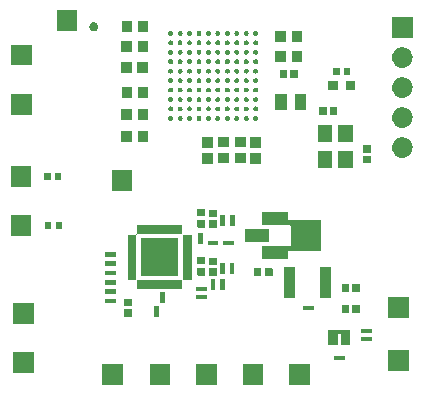
<source format=gbr>
G04 #@! TF.GenerationSoftware,KiCad,Pcbnew,(5.1.0)-1*
G04 #@! TF.CreationDate,2019-08-27T17:01:11-07:00*
G04 #@! TF.ProjectId,SDCard-PCB,53444361-7264-42d5-9043-422e6b696361,rev?*
G04 #@! TF.SameCoordinates,Original*
G04 #@! TF.FileFunction,Soldermask,Top*
G04 #@! TF.FilePolarity,Negative*
%FSLAX46Y46*%
G04 Gerber Fmt 4.6, Leading zero omitted, Abs format (unit mm)*
G04 Created by KiCad (PCBNEW (5.1.0)-1) date 2019-08-27 17:01:11*
%MOMM*%
%LPD*%
G04 APERTURE LIST*
%ADD10C,0.100000*%
G04 APERTURE END LIST*
D10*
G36*
X115665620Y-85459940D02*
G01*
X113914820Y-85459940D01*
X113914820Y-83709140D01*
X115665620Y-83709140D01*
X115665620Y-85459940D01*
X115665620Y-85459940D01*
G37*
G36*
X127476620Y-85444700D02*
G01*
X125725820Y-85444700D01*
X125725820Y-83693900D01*
X127476620Y-83693900D01*
X127476620Y-85444700D01*
X127476620Y-85444700D01*
G37*
G36*
X111634640Y-85444700D02*
G01*
X109883840Y-85444700D01*
X109883840Y-83693900D01*
X111634640Y-83693900D01*
X111634640Y-85444700D01*
X111634640Y-85444700D01*
G37*
G36*
X123565020Y-85429460D02*
G01*
X121814220Y-85429460D01*
X121814220Y-83678660D01*
X123565020Y-83678660D01*
X123565020Y-85429460D01*
X123565020Y-85429460D01*
G37*
G36*
X119638180Y-85429460D02*
G01*
X117887380Y-85429460D01*
X117887380Y-83678660D01*
X119638180Y-83678660D01*
X119638180Y-85429460D01*
X119638180Y-85429460D01*
G37*
G36*
X104113700Y-84438500D02*
G01*
X102362900Y-84438500D01*
X102362900Y-82687700D01*
X104113700Y-82687700D01*
X104113700Y-84438500D01*
X104113700Y-84438500D01*
G37*
G36*
X135871320Y-84248360D02*
G01*
X134120520Y-84248360D01*
X134120520Y-82497560D01*
X135871320Y-82497560D01*
X135871320Y-84248360D01*
X135871320Y-84248360D01*
G37*
G36*
X130424660Y-83355000D02*
G01*
X129513860Y-83355000D01*
X129513860Y-82964200D01*
X130424660Y-82964200D01*
X130424660Y-83355000D01*
X130424660Y-83355000D01*
G37*
G36*
X130904460Y-82097460D02*
G01*
X130113660Y-82097460D01*
X130113660Y-81222459D01*
X130111258Y-81198073D01*
X130104145Y-81174624D01*
X130092594Y-81153013D01*
X130077049Y-81134071D01*
X130058107Y-81118526D01*
X130036496Y-81106975D01*
X130013047Y-81099862D01*
X129988661Y-81097460D01*
X129969459Y-81097460D01*
X129945073Y-81099862D01*
X129921624Y-81106975D01*
X129900013Y-81118526D01*
X129881071Y-81134071D01*
X129865526Y-81153013D01*
X129853975Y-81174624D01*
X129846862Y-81198073D01*
X129844460Y-81222459D01*
X129844460Y-82097460D01*
X129053660Y-82097460D01*
X129053660Y-80776660D01*
X130904460Y-80776660D01*
X130904460Y-82097460D01*
X130904460Y-82097460D01*
G37*
G36*
X132716420Y-81752260D02*
G01*
X131805620Y-81752260D01*
X131805620Y-81361460D01*
X132716420Y-81361460D01*
X132716420Y-81752260D01*
X132716420Y-81752260D01*
G37*
G36*
X132720820Y-81091860D02*
G01*
X131810020Y-81091860D01*
X131810020Y-80701060D01*
X132720820Y-80701060D01*
X132720820Y-81091860D01*
X132720820Y-81091860D01*
G37*
G36*
X104113700Y-80288500D02*
G01*
X102362900Y-80288500D01*
X102362900Y-78537700D01*
X104113700Y-78537700D01*
X104113700Y-80288500D01*
X104113700Y-80288500D01*
G37*
G36*
X135871320Y-79777960D02*
G01*
X134120520Y-79777960D01*
X134120520Y-78027160D01*
X135871320Y-78027160D01*
X135871320Y-79777960D01*
X135871320Y-79777960D01*
G37*
G36*
X112417900Y-79690900D02*
G01*
X111737100Y-79690900D01*
X111737100Y-79060100D01*
X112417900Y-79060100D01*
X112417900Y-79690900D01*
X112417900Y-79690900D01*
G37*
G36*
X114711300Y-79682400D02*
G01*
X114320500Y-79682400D01*
X114320500Y-78771600D01*
X114711300Y-78771600D01*
X114711300Y-79682400D01*
X114711300Y-79682400D01*
G37*
G36*
X130840920Y-79352180D02*
G01*
X130210120Y-79352180D01*
X130210120Y-78671380D01*
X130840920Y-78671380D01*
X130840920Y-79352180D01*
X130840920Y-79352180D01*
G37*
G36*
X131730920Y-79352180D02*
G01*
X131100120Y-79352180D01*
X131100120Y-78671380D01*
X131730920Y-78671380D01*
X131730920Y-79352180D01*
X131730920Y-79352180D01*
G37*
G36*
X127859940Y-79128440D02*
G01*
X126949140Y-79128440D01*
X126949140Y-78737640D01*
X127859940Y-78737640D01*
X127859940Y-79128440D01*
X127859940Y-79128440D01*
G37*
G36*
X112417900Y-78800900D02*
G01*
X111737100Y-78800900D01*
X111737100Y-78170100D01*
X112417900Y-78170100D01*
X112417900Y-78800900D01*
X112417900Y-78800900D01*
G37*
G36*
X111085100Y-78554400D02*
G01*
X110174300Y-78554400D01*
X110174300Y-78163600D01*
X111085100Y-78163600D01*
X111085100Y-78554400D01*
X111085100Y-78554400D01*
G37*
G36*
X115219300Y-78509600D02*
G01*
X114828500Y-78509600D01*
X114828500Y-77598800D01*
X115219300Y-77598800D01*
X115219300Y-78509600D01*
X115219300Y-78509600D01*
G37*
G36*
X118760000Y-78211000D02*
G01*
X117849200Y-78211000D01*
X117849200Y-77820200D01*
X118760000Y-77820200D01*
X118760000Y-78211000D01*
X118760000Y-78211000D01*
G37*
G36*
X129278500Y-78127220D02*
G01*
X128357700Y-78127220D01*
X128357700Y-75456420D01*
X129278500Y-75456420D01*
X129278500Y-78127220D01*
X129278500Y-78127220D01*
G37*
G36*
X126228500Y-78127220D02*
G01*
X125307700Y-78127220D01*
X125307700Y-75456420D01*
X126228500Y-75456420D01*
X126228500Y-78127220D01*
X126228500Y-78127220D01*
G37*
G36*
X111076800Y-77754300D02*
G01*
X110166000Y-77754300D01*
X110166000Y-77363500D01*
X111076800Y-77363500D01*
X111076800Y-77754300D01*
X111076800Y-77754300D01*
G37*
G36*
X131728380Y-77607200D02*
G01*
X131097580Y-77607200D01*
X131097580Y-76926400D01*
X131728380Y-76926400D01*
X131728380Y-77607200D01*
X131728380Y-77607200D01*
G37*
G36*
X130838380Y-77607200D02*
G01*
X130207580Y-77607200D01*
X130207580Y-76926400D01*
X130838380Y-76926400D01*
X130838380Y-77607200D01*
X130838380Y-77607200D01*
G37*
G36*
X118755000Y-77521000D02*
G01*
X117844200Y-77521000D01*
X117844200Y-77130200D01*
X118755000Y-77130200D01*
X118755000Y-77521000D01*
X118755000Y-77521000D01*
G37*
G36*
X119486500Y-77404700D02*
G01*
X119095700Y-77404700D01*
X119095700Y-76493900D01*
X119486500Y-76493900D01*
X119486500Y-77404700D01*
X119486500Y-77404700D01*
G37*
G36*
X120299300Y-77400300D02*
G01*
X119908500Y-77400300D01*
X119908500Y-76489500D01*
X120299300Y-76489500D01*
X120299300Y-77400300D01*
X120299300Y-77400300D01*
G37*
G36*
X116675400Y-72599601D02*
G01*
X116677802Y-72623987D01*
X116684915Y-72647436D01*
X116696466Y-72669047D01*
X116712011Y-72687989D01*
X116730953Y-72703534D01*
X116752564Y-72715085D01*
X116776013Y-72722198D01*
X116800399Y-72724600D01*
X117470400Y-72724600D01*
X117470400Y-76535400D01*
X116800399Y-76535400D01*
X116776013Y-76537802D01*
X116752564Y-76544915D01*
X116730953Y-76556466D01*
X116712011Y-76572011D01*
X116696466Y-76590953D01*
X116684915Y-76612564D01*
X116677802Y-76636013D01*
X116675400Y-76660399D01*
X116675400Y-77330400D01*
X112864600Y-77330400D01*
X112864600Y-76660399D01*
X112862198Y-76636013D01*
X112855085Y-76612564D01*
X112843534Y-76590953D01*
X112827989Y-76572011D01*
X112809047Y-76556466D01*
X112787436Y-76544915D01*
X112763987Y-76537802D01*
X112739601Y-76535400D01*
X112069600Y-76535400D01*
X112069600Y-72785399D01*
X112800400Y-72785399D01*
X112800400Y-76474601D01*
X112802802Y-76498987D01*
X112809915Y-76522436D01*
X112821466Y-76544047D01*
X112837011Y-76562989D01*
X112855953Y-76578534D01*
X112877564Y-76590085D01*
X112901013Y-76597198D01*
X112925399Y-76599600D01*
X116614601Y-76599600D01*
X116638987Y-76597198D01*
X116662436Y-76590085D01*
X116684047Y-76578534D01*
X116702989Y-76562989D01*
X116718534Y-76544047D01*
X116730085Y-76522436D01*
X116737198Y-76498987D01*
X116739600Y-76474601D01*
X116739600Y-72785399D01*
X116737198Y-72761013D01*
X116730085Y-72737564D01*
X116718534Y-72715953D01*
X116702989Y-72697011D01*
X116684047Y-72681466D01*
X116662436Y-72669915D01*
X116638987Y-72662802D01*
X116614601Y-72660400D01*
X112925399Y-72660400D01*
X112901013Y-72662802D01*
X112877564Y-72669915D01*
X112855953Y-72681466D01*
X112837011Y-72697011D01*
X112821466Y-72715953D01*
X112809915Y-72737564D01*
X112802802Y-72761013D01*
X112800400Y-72785399D01*
X112069600Y-72785399D01*
X112069600Y-72724600D01*
X112739601Y-72724600D01*
X112763987Y-72722198D01*
X112787436Y-72715085D01*
X112809047Y-72703534D01*
X112827989Y-72687989D01*
X112843534Y-72669047D01*
X112855085Y-72647436D01*
X112862198Y-72623987D01*
X112864600Y-72599601D01*
X112864600Y-71929600D01*
X116675400Y-71929600D01*
X116675400Y-72599601D01*
X116675400Y-72599601D01*
G37*
G36*
X116345400Y-76205400D02*
G01*
X113194600Y-76205400D01*
X113194600Y-73054600D01*
X116345400Y-73054600D01*
X116345400Y-76205400D01*
X116345400Y-76205400D01*
G37*
G36*
X111072400Y-76954200D02*
G01*
X110161600Y-76954200D01*
X110161600Y-76563400D01*
X111072400Y-76563400D01*
X111072400Y-76954200D01*
X111072400Y-76954200D01*
G37*
G36*
X124254598Y-75562430D02*
G01*
X124272818Y-75567957D01*
X124289604Y-75576929D01*
X124304317Y-75589003D01*
X124316391Y-75603716D01*
X124325363Y-75620502D01*
X124330890Y-75638722D01*
X124333360Y-75663800D01*
X124333360Y-76146920D01*
X124330890Y-76171998D01*
X124325363Y-76190218D01*
X124316391Y-76207004D01*
X124304317Y-76221717D01*
X124289604Y-76233791D01*
X124272818Y-76242763D01*
X124254598Y-76248290D01*
X124229520Y-76250760D01*
X123796400Y-76250760D01*
X123771322Y-76248290D01*
X123753102Y-76242763D01*
X123736316Y-76233791D01*
X123721603Y-76221717D01*
X123709529Y-76207004D01*
X123700557Y-76190218D01*
X123695030Y-76171998D01*
X123692560Y-76146920D01*
X123692560Y-75663800D01*
X123695030Y-75638722D01*
X123700557Y-75620502D01*
X123709529Y-75603716D01*
X123721603Y-75589003D01*
X123736316Y-75576929D01*
X123753102Y-75567957D01*
X123771322Y-75562430D01*
X123796400Y-75559960D01*
X124229520Y-75559960D01*
X124254598Y-75562430D01*
X124254598Y-75562430D01*
G37*
G36*
X123284598Y-75562430D02*
G01*
X123302818Y-75567957D01*
X123319604Y-75576929D01*
X123334317Y-75589003D01*
X123346391Y-75603716D01*
X123355363Y-75620502D01*
X123360890Y-75638722D01*
X123363360Y-75663800D01*
X123363360Y-76146920D01*
X123360890Y-76171998D01*
X123355363Y-76190218D01*
X123346391Y-76207004D01*
X123334317Y-76221717D01*
X123319604Y-76233791D01*
X123302818Y-76242763D01*
X123284598Y-76248290D01*
X123259520Y-76250760D01*
X122826400Y-76250760D01*
X122801322Y-76248290D01*
X122783102Y-76242763D01*
X122766316Y-76233791D01*
X122751603Y-76221717D01*
X122739529Y-76207004D01*
X122730557Y-76190218D01*
X122725030Y-76171998D01*
X122722560Y-76146920D01*
X122722560Y-75663800D01*
X122725030Y-75638722D01*
X122730557Y-75620502D01*
X122739529Y-75603716D01*
X122751603Y-75589003D01*
X122766316Y-75576929D01*
X122783102Y-75567957D01*
X122801322Y-75562430D01*
X122826400Y-75559960D01*
X123259520Y-75559960D01*
X123284598Y-75562430D01*
X123284598Y-75562430D01*
G37*
G36*
X118556638Y-75562070D02*
G01*
X118574858Y-75567597D01*
X118591644Y-75576569D01*
X118606357Y-75588643D01*
X118618431Y-75603356D01*
X118627403Y-75620142D01*
X118632930Y-75638362D01*
X118635400Y-75663440D01*
X118635400Y-76096560D01*
X118632930Y-76121638D01*
X118627403Y-76139858D01*
X118618431Y-76156644D01*
X118606357Y-76171357D01*
X118591644Y-76183431D01*
X118574858Y-76192403D01*
X118556638Y-76197930D01*
X118531560Y-76200400D01*
X118048440Y-76200400D01*
X118023362Y-76197930D01*
X118005142Y-76192403D01*
X117988356Y-76183431D01*
X117973643Y-76171357D01*
X117961569Y-76156644D01*
X117952597Y-76139858D01*
X117947070Y-76121638D01*
X117944600Y-76096560D01*
X117944600Y-75663440D01*
X117947070Y-75638362D01*
X117952597Y-75620142D01*
X117961569Y-75603356D01*
X117973643Y-75588643D01*
X117988356Y-75576569D01*
X118005142Y-75567597D01*
X118023362Y-75562070D01*
X118048440Y-75559600D01*
X118531560Y-75559600D01*
X118556638Y-75562070D01*
X118556638Y-75562070D01*
G37*
G36*
X119650400Y-76190400D02*
G01*
X118969600Y-76190400D01*
X118969600Y-75559600D01*
X119650400Y-75559600D01*
X119650400Y-76190400D01*
X119650400Y-76190400D01*
G37*
G36*
X111072400Y-76166800D02*
G01*
X110161600Y-76166800D01*
X110161600Y-75776000D01*
X111072400Y-75776000D01*
X111072400Y-76166800D01*
X111072400Y-76166800D01*
G37*
G36*
X121099400Y-76050200D02*
G01*
X120708600Y-76050200D01*
X120708600Y-75139400D01*
X121099400Y-75139400D01*
X121099400Y-76050200D01*
X121099400Y-76050200D01*
G37*
G36*
X120299300Y-76045800D02*
G01*
X119908500Y-76045800D01*
X119908500Y-75135000D01*
X120299300Y-75135000D01*
X120299300Y-76045800D01*
X120299300Y-76045800D01*
G37*
G36*
X111072400Y-75379400D02*
G01*
X110161600Y-75379400D01*
X110161600Y-74988600D01*
X111072400Y-74988600D01*
X111072400Y-75379400D01*
X111072400Y-75379400D01*
G37*
G36*
X119650400Y-75300400D02*
G01*
X118969600Y-75300400D01*
X118969600Y-74669600D01*
X119650400Y-74669600D01*
X119650400Y-75300400D01*
X119650400Y-75300400D01*
G37*
G36*
X118556638Y-74592070D02*
G01*
X118574858Y-74597597D01*
X118591644Y-74606569D01*
X118606357Y-74618643D01*
X118618431Y-74633356D01*
X118627403Y-74650142D01*
X118632930Y-74668362D01*
X118635400Y-74693440D01*
X118635400Y-75126560D01*
X118632930Y-75151638D01*
X118627403Y-75169858D01*
X118618431Y-75186644D01*
X118606357Y-75201357D01*
X118591644Y-75213431D01*
X118574858Y-75222403D01*
X118556638Y-75227930D01*
X118531560Y-75230400D01*
X118048440Y-75230400D01*
X118023362Y-75227930D01*
X118005142Y-75222403D01*
X117988356Y-75213431D01*
X117973643Y-75201357D01*
X117961569Y-75186644D01*
X117952597Y-75169858D01*
X117947070Y-75151638D01*
X117944600Y-75126560D01*
X117944600Y-74693440D01*
X117947070Y-74668362D01*
X117952597Y-74650142D01*
X117961569Y-74633356D01*
X117973643Y-74618643D01*
X117988356Y-74606569D01*
X118005142Y-74597597D01*
X118023362Y-74592070D01*
X118048440Y-74589600D01*
X118531560Y-74589600D01*
X118556638Y-74592070D01*
X118556638Y-74592070D01*
G37*
G36*
X125670620Y-71398541D02*
G01*
X125673022Y-71422927D01*
X125680135Y-71446376D01*
X125691686Y-71467987D01*
X125707231Y-71486929D01*
X125726173Y-71502474D01*
X125747784Y-71514025D01*
X125771233Y-71521138D01*
X125795619Y-71523540D01*
X128420180Y-71523540D01*
X128420180Y-74074340D01*
X125795619Y-74074340D01*
X125771233Y-74076742D01*
X125747784Y-74083855D01*
X125726173Y-74095406D01*
X125707231Y-74110951D01*
X125691686Y-74129893D01*
X125680135Y-74151504D01*
X125673022Y-74174953D01*
X125670620Y-74199339D01*
X125670620Y-74831960D01*
X123419820Y-74831960D01*
X123419820Y-73731160D01*
X125744381Y-73731160D01*
X125768767Y-73728758D01*
X125792216Y-73721645D01*
X125813827Y-73710094D01*
X125832769Y-73694549D01*
X125848314Y-73675607D01*
X125859865Y-73653996D01*
X125866978Y-73630547D01*
X125869380Y-73606161D01*
X125869380Y-72006959D01*
X125866978Y-71982573D01*
X125859865Y-71959124D01*
X125848314Y-71937513D01*
X125832769Y-71918571D01*
X125813827Y-71903026D01*
X125792216Y-71891475D01*
X125768767Y-71884362D01*
X125744381Y-71881960D01*
X123419820Y-71881960D01*
X123419820Y-70781160D01*
X125670620Y-70781160D01*
X125670620Y-71398541D01*
X125670620Y-71398541D01*
G37*
G36*
X111072400Y-74604700D02*
G01*
X110161600Y-74604700D01*
X110161600Y-74213900D01*
X111072400Y-74213900D01*
X111072400Y-74604700D01*
X111072400Y-74604700D01*
G37*
G36*
X121075600Y-73639500D02*
G01*
X120164800Y-73639500D01*
X120164800Y-73248700D01*
X121075600Y-73248700D01*
X121075600Y-73639500D01*
X121075600Y-73639500D01*
G37*
G36*
X119746500Y-73639500D02*
G01*
X118835700Y-73639500D01*
X118835700Y-73248700D01*
X119746500Y-73248700D01*
X119746500Y-73639500D01*
X119746500Y-73639500D01*
G37*
G36*
X118434940Y-73533060D02*
G01*
X118044140Y-73533060D01*
X118044140Y-72622260D01*
X118434940Y-72622260D01*
X118434940Y-73533060D01*
X118434940Y-73533060D01*
G37*
G36*
X124070620Y-73331960D02*
G01*
X122019820Y-73331960D01*
X122019820Y-72281160D01*
X124070620Y-72281160D01*
X124070620Y-73331960D01*
X124070620Y-73331960D01*
G37*
G36*
X103918500Y-72849300D02*
G01*
X102167700Y-72849300D01*
X102167700Y-71098500D01*
X103918500Y-71098500D01*
X103918500Y-72849300D01*
X103918500Y-72849300D01*
G37*
G36*
X106518600Y-72294080D02*
G01*
X105977800Y-72294080D01*
X105977800Y-71683280D01*
X106518600Y-71683280D01*
X106518600Y-72294080D01*
X106518600Y-72294080D01*
G37*
G36*
X105608600Y-72294080D02*
G01*
X105067800Y-72294080D01*
X105067800Y-71683280D01*
X105608600Y-71683280D01*
X105608600Y-72294080D01*
X105608600Y-72294080D01*
G37*
G36*
X118553938Y-71491970D02*
G01*
X118572158Y-71497497D01*
X118588944Y-71506469D01*
X118603657Y-71518543D01*
X118615731Y-71533256D01*
X118624703Y-71550042D01*
X118630230Y-71568262D01*
X118632700Y-71593340D01*
X118632700Y-72026460D01*
X118630230Y-72051538D01*
X118624703Y-72069758D01*
X118615731Y-72086544D01*
X118603657Y-72101257D01*
X118588944Y-72113331D01*
X118572158Y-72122303D01*
X118553938Y-72127830D01*
X118528860Y-72130300D01*
X118045740Y-72130300D01*
X118020662Y-72127830D01*
X118002442Y-72122303D01*
X117985656Y-72113331D01*
X117970943Y-72101257D01*
X117958869Y-72086544D01*
X117949897Y-72069758D01*
X117944370Y-72051538D01*
X117941900Y-72026460D01*
X117941900Y-71593340D01*
X117944370Y-71568262D01*
X117949897Y-71550042D01*
X117958869Y-71533256D01*
X117970943Y-71518543D01*
X117985656Y-71506469D01*
X118002442Y-71497497D01*
X118020662Y-71491970D01*
X118045740Y-71489500D01*
X118528860Y-71489500D01*
X118553938Y-71491970D01*
X118553938Y-71491970D01*
G37*
G36*
X119627700Y-72125300D02*
G01*
X118946900Y-72125300D01*
X118946900Y-71494500D01*
X119627700Y-71494500D01*
X119627700Y-72125300D01*
X119627700Y-72125300D01*
G37*
G36*
X121112700Y-71985300D02*
G01*
X120721900Y-71985300D01*
X120721900Y-71074500D01*
X121112700Y-71074500D01*
X121112700Y-71985300D01*
X121112700Y-71985300D01*
G37*
G36*
X120302700Y-71985300D02*
G01*
X119911900Y-71985300D01*
X119911900Y-71074500D01*
X120302700Y-71074500D01*
X120302700Y-71985300D01*
X120302700Y-71985300D01*
G37*
G36*
X119627700Y-71235300D02*
G01*
X118946900Y-71235300D01*
X118946900Y-70604500D01*
X119627700Y-70604500D01*
X119627700Y-71235300D01*
X119627700Y-71235300D01*
G37*
G36*
X118553938Y-70521970D02*
G01*
X118572158Y-70527497D01*
X118588944Y-70536469D01*
X118603657Y-70548543D01*
X118615731Y-70563256D01*
X118624703Y-70580042D01*
X118630230Y-70598262D01*
X118632700Y-70623340D01*
X118632700Y-71056460D01*
X118630230Y-71081538D01*
X118624703Y-71099758D01*
X118615731Y-71116544D01*
X118603657Y-71131257D01*
X118588944Y-71143331D01*
X118572158Y-71152303D01*
X118553938Y-71157830D01*
X118528860Y-71160300D01*
X118045740Y-71160300D01*
X118020662Y-71157830D01*
X118002442Y-71152303D01*
X117985656Y-71143331D01*
X117970943Y-71131257D01*
X117958869Y-71116544D01*
X117949897Y-71099758D01*
X117944370Y-71081538D01*
X117941900Y-71056460D01*
X117941900Y-70623340D01*
X117944370Y-70598262D01*
X117949897Y-70580042D01*
X117958869Y-70563256D01*
X117970943Y-70548543D01*
X117985656Y-70536469D01*
X118002442Y-70527497D01*
X118020662Y-70521970D01*
X118045740Y-70519500D01*
X118528860Y-70519500D01*
X118553938Y-70521970D01*
X118553938Y-70521970D01*
G37*
G36*
X112457600Y-68998200D02*
G01*
X110706800Y-68998200D01*
X110706800Y-67247400D01*
X112457600Y-67247400D01*
X112457600Y-68998200D01*
X112457600Y-68998200D01*
G37*
G36*
X103910500Y-68699300D02*
G01*
X102159700Y-68699300D01*
X102159700Y-66948500D01*
X103910500Y-66948500D01*
X103910500Y-68699300D01*
X103910500Y-68699300D01*
G37*
G36*
X106452900Y-68136100D02*
G01*
X105912100Y-68136100D01*
X105912100Y-67525300D01*
X106452900Y-67525300D01*
X106452900Y-68136100D01*
X106452900Y-68136100D01*
G37*
G36*
X105542900Y-68136100D02*
G01*
X105002100Y-68136100D01*
X105002100Y-67525300D01*
X105542900Y-67525300D01*
X105542900Y-68136100D01*
X105542900Y-68136100D01*
G37*
G36*
X129406840Y-67093240D02*
G01*
X128156040Y-67093240D01*
X128156040Y-65642440D01*
X129406840Y-65642440D01*
X129406840Y-67093240D01*
X129406840Y-67093240D01*
G37*
G36*
X131106840Y-67093240D02*
G01*
X129856040Y-67093240D01*
X129856040Y-65642440D01*
X131106840Y-65642440D01*
X131106840Y-67093240D01*
X131106840Y-67093240D01*
G37*
G36*
X123383300Y-66739000D02*
G01*
X122412500Y-66739000D01*
X122412500Y-65798200D01*
X123383300Y-65798200D01*
X123383300Y-66739000D01*
X123383300Y-66739000D01*
G37*
G36*
X119332000Y-66739000D02*
G01*
X118361200Y-66739000D01*
X118361200Y-65798200D01*
X119332000Y-65798200D01*
X119332000Y-66739000D01*
X119332000Y-66739000D01*
G37*
G36*
X120602400Y-66699000D02*
G01*
X119681600Y-66699000D01*
X119681600Y-65838200D01*
X120602400Y-65838200D01*
X120602400Y-66699000D01*
X120602400Y-66699000D01*
G37*
G36*
X122057820Y-66698280D02*
G01*
X121137020Y-66698280D01*
X121137020Y-65837480D01*
X122057820Y-65837480D01*
X122057820Y-66698280D01*
X122057820Y-66698280D01*
G37*
G36*
X132631220Y-66670360D02*
G01*
X131950420Y-66670360D01*
X131950420Y-66039560D01*
X132631220Y-66039560D01*
X132631220Y-66670360D01*
X132631220Y-66670360D01*
G37*
G36*
X135477406Y-64488926D02*
G01*
X135559915Y-64513955D01*
X135642422Y-64538983D01*
X135642424Y-64538984D01*
X135794498Y-64620269D01*
X135927796Y-64729664D01*
X136037191Y-64862962D01*
X136118476Y-65015036D01*
X136168534Y-65180054D01*
X136185435Y-65351660D01*
X136168534Y-65523266D01*
X136118476Y-65688284D01*
X136037191Y-65840358D01*
X135927796Y-65973656D01*
X135794498Y-66083051D01*
X135642424Y-66164336D01*
X135642422Y-66164337D01*
X135559915Y-66189365D01*
X135477406Y-66214394D01*
X135348802Y-66227060D01*
X135262798Y-66227060D01*
X135134194Y-66214394D01*
X135051685Y-66189365D01*
X134969178Y-66164337D01*
X134969176Y-66164336D01*
X134817102Y-66083051D01*
X134683804Y-65973656D01*
X134574409Y-65840358D01*
X134493124Y-65688284D01*
X134443066Y-65523266D01*
X134426165Y-65351660D01*
X134443066Y-65180054D01*
X134493124Y-65015036D01*
X134574409Y-64862962D01*
X134683804Y-64729664D01*
X134817102Y-64620269D01*
X134969176Y-64538984D01*
X134969178Y-64538983D01*
X135051685Y-64513955D01*
X135134194Y-64488926D01*
X135262798Y-64476260D01*
X135348802Y-64476260D01*
X135477406Y-64488926D01*
X135477406Y-64488926D01*
G37*
G36*
X132631220Y-65780360D02*
G01*
X131950420Y-65780360D01*
X131950420Y-65149560D01*
X132631220Y-65149560D01*
X132631220Y-65780360D01*
X132631220Y-65780360D01*
G37*
G36*
X123383300Y-65409000D02*
G01*
X122412500Y-65409000D01*
X122412500Y-64468200D01*
X123383300Y-64468200D01*
X123383300Y-65409000D01*
X123383300Y-65409000D01*
G37*
G36*
X119332000Y-65409000D02*
G01*
X118361200Y-65409000D01*
X118361200Y-64468200D01*
X119332000Y-64468200D01*
X119332000Y-65409000D01*
X119332000Y-65409000D01*
G37*
G36*
X120602400Y-65339000D02*
G01*
X119681600Y-65339000D01*
X119681600Y-64478200D01*
X120602400Y-64478200D01*
X120602400Y-65339000D01*
X120602400Y-65339000D01*
G37*
G36*
X122057820Y-65338280D02*
G01*
X121137020Y-65338280D01*
X121137020Y-64477480D01*
X122057820Y-64477480D01*
X122057820Y-65338280D01*
X122057820Y-65338280D01*
G37*
G36*
X131106840Y-64893240D02*
G01*
X129856040Y-64893240D01*
X129856040Y-63442440D01*
X131106840Y-63442440D01*
X131106840Y-64893240D01*
X131106840Y-64893240D01*
G37*
G36*
X129406840Y-64893240D02*
G01*
X128156040Y-64893240D01*
X128156040Y-63442440D01*
X129406840Y-63442440D01*
X129406840Y-64893240D01*
X129406840Y-64893240D01*
G37*
G36*
X113761940Y-64887500D02*
G01*
X112901140Y-64887500D01*
X112901140Y-63966700D01*
X113761940Y-63966700D01*
X113761940Y-64887500D01*
X113761940Y-64887500D01*
G37*
G36*
X112401940Y-64887500D02*
G01*
X111541140Y-64887500D01*
X111541140Y-63966700D01*
X112401940Y-63966700D01*
X112401940Y-64887500D01*
X112401940Y-64887500D01*
G37*
G36*
X135477406Y-61948926D02*
G01*
X135559915Y-61973955D01*
X135642422Y-61998983D01*
X135642424Y-61998984D01*
X135794498Y-62080269D01*
X135927796Y-62189664D01*
X136037191Y-62322962D01*
X136118476Y-62475036D01*
X136168534Y-62640054D01*
X136185435Y-62811660D01*
X136168534Y-62983266D01*
X136118476Y-63148284D01*
X136037191Y-63300358D01*
X135927796Y-63433656D01*
X135794498Y-63543051D01*
X135642424Y-63624336D01*
X135642422Y-63624337D01*
X135559915Y-63649365D01*
X135477406Y-63674394D01*
X135348802Y-63687060D01*
X135262798Y-63687060D01*
X135134194Y-63674394D01*
X135051685Y-63649365D01*
X134969178Y-63624337D01*
X134969176Y-63624336D01*
X134817102Y-63543051D01*
X134683804Y-63433656D01*
X134574409Y-63300358D01*
X134493124Y-63148284D01*
X134443066Y-62983266D01*
X134426165Y-62811660D01*
X134443066Y-62640054D01*
X134493124Y-62475036D01*
X134574409Y-62322962D01*
X134683804Y-62189664D01*
X134817102Y-62080269D01*
X134969176Y-61998984D01*
X134969178Y-61998983D01*
X135051685Y-61973955D01*
X135134194Y-61948926D01*
X135262798Y-61936260D01*
X135348802Y-61936260D01*
X135477406Y-61948926D01*
X135477406Y-61948926D01*
G37*
G36*
X122165171Y-62681285D02*
G01*
X122203461Y-62697145D01*
X122237921Y-62720171D01*
X122267229Y-62749479D01*
X122290255Y-62783939D01*
X122306115Y-62822229D01*
X122314200Y-62862876D01*
X122314200Y-62904324D01*
X122306115Y-62944971D01*
X122290255Y-62983261D01*
X122267229Y-63017721D01*
X122237921Y-63047029D01*
X122203461Y-63070055D01*
X122165171Y-63085915D01*
X122124524Y-63094000D01*
X122083076Y-63094000D01*
X122042429Y-63085915D01*
X122004139Y-63070055D01*
X121969679Y-63047029D01*
X121940371Y-63017721D01*
X121917345Y-62983261D01*
X121901485Y-62944971D01*
X121893400Y-62904324D01*
X121893400Y-62862876D01*
X121901485Y-62822229D01*
X121917345Y-62783939D01*
X121940371Y-62749479D01*
X121969679Y-62720171D01*
X122004139Y-62697145D01*
X122042429Y-62681285D01*
X122083076Y-62673200D01*
X122124524Y-62673200D01*
X122165171Y-62681285D01*
X122165171Y-62681285D01*
G37*
G36*
X122965171Y-62681285D02*
G01*
X123003461Y-62697145D01*
X123037921Y-62720171D01*
X123067229Y-62749479D01*
X123090255Y-62783939D01*
X123106115Y-62822229D01*
X123114200Y-62862876D01*
X123114200Y-62904324D01*
X123106115Y-62944971D01*
X123090255Y-62983261D01*
X123067229Y-63017721D01*
X123037921Y-63047029D01*
X123003461Y-63070055D01*
X122965171Y-63085915D01*
X122924524Y-63094000D01*
X122883076Y-63094000D01*
X122842429Y-63085915D01*
X122804139Y-63070055D01*
X122769679Y-63047029D01*
X122740371Y-63017721D01*
X122717345Y-62983261D01*
X122701485Y-62944971D01*
X122693400Y-62904324D01*
X122693400Y-62862876D01*
X122701485Y-62822229D01*
X122717345Y-62783939D01*
X122740371Y-62749479D01*
X122769679Y-62720171D01*
X122804139Y-62697145D01*
X122842429Y-62681285D01*
X122883076Y-62673200D01*
X122924524Y-62673200D01*
X122965171Y-62681285D01*
X122965171Y-62681285D01*
G37*
G36*
X121365171Y-62681285D02*
G01*
X121403461Y-62697145D01*
X121437921Y-62720171D01*
X121467229Y-62749479D01*
X121490255Y-62783939D01*
X121506115Y-62822229D01*
X121514200Y-62862876D01*
X121514200Y-62904324D01*
X121506115Y-62944971D01*
X121490255Y-62983261D01*
X121467229Y-63017721D01*
X121437921Y-63047029D01*
X121403461Y-63070055D01*
X121365171Y-63085915D01*
X121324524Y-63094000D01*
X121283076Y-63094000D01*
X121242429Y-63085915D01*
X121204139Y-63070055D01*
X121169679Y-63047029D01*
X121140371Y-63017721D01*
X121117345Y-62983261D01*
X121101485Y-62944971D01*
X121093400Y-62904324D01*
X121093400Y-62862876D01*
X121101485Y-62822229D01*
X121117345Y-62783939D01*
X121140371Y-62749479D01*
X121169679Y-62720171D01*
X121204139Y-62697145D01*
X121242429Y-62681285D01*
X121283076Y-62673200D01*
X121324524Y-62673200D01*
X121365171Y-62681285D01*
X121365171Y-62681285D01*
G37*
G36*
X119765171Y-62681285D02*
G01*
X119803461Y-62697145D01*
X119837921Y-62720171D01*
X119867229Y-62749479D01*
X119890255Y-62783939D01*
X119906115Y-62822229D01*
X119914200Y-62862876D01*
X119914200Y-62904324D01*
X119906115Y-62944971D01*
X119890255Y-62983261D01*
X119867229Y-63017721D01*
X119837921Y-63047029D01*
X119803461Y-63070055D01*
X119765171Y-63085915D01*
X119724524Y-63094000D01*
X119683076Y-63094000D01*
X119642429Y-63085915D01*
X119604139Y-63070055D01*
X119569679Y-63047029D01*
X119540371Y-63017721D01*
X119517345Y-62983261D01*
X119501485Y-62944971D01*
X119493400Y-62904324D01*
X119493400Y-62862876D01*
X119501485Y-62822229D01*
X119517345Y-62783939D01*
X119540371Y-62749479D01*
X119569679Y-62720171D01*
X119604139Y-62697145D01*
X119642429Y-62681285D01*
X119683076Y-62673200D01*
X119724524Y-62673200D01*
X119765171Y-62681285D01*
X119765171Y-62681285D01*
G37*
G36*
X118965171Y-62681285D02*
G01*
X119003461Y-62697145D01*
X119037921Y-62720171D01*
X119067229Y-62749479D01*
X119090255Y-62783939D01*
X119106115Y-62822229D01*
X119114200Y-62862876D01*
X119114200Y-62904324D01*
X119106115Y-62944971D01*
X119090255Y-62983261D01*
X119067229Y-63017721D01*
X119037921Y-63047029D01*
X119003461Y-63070055D01*
X118965171Y-63085915D01*
X118924524Y-63094000D01*
X118883076Y-63094000D01*
X118842429Y-63085915D01*
X118804139Y-63070055D01*
X118769679Y-63047029D01*
X118740371Y-63017721D01*
X118717345Y-62983261D01*
X118701485Y-62944971D01*
X118693400Y-62904324D01*
X118693400Y-62862876D01*
X118701485Y-62822229D01*
X118717345Y-62783939D01*
X118740371Y-62749479D01*
X118769679Y-62720171D01*
X118804139Y-62697145D01*
X118842429Y-62681285D01*
X118883076Y-62673200D01*
X118924524Y-62673200D01*
X118965171Y-62681285D01*
X118965171Y-62681285D01*
G37*
G36*
X115765171Y-62681285D02*
G01*
X115803461Y-62697145D01*
X115837921Y-62720171D01*
X115867229Y-62749479D01*
X115890255Y-62783939D01*
X115906115Y-62822229D01*
X115914200Y-62862876D01*
X115914200Y-62904324D01*
X115906115Y-62944971D01*
X115890255Y-62983261D01*
X115867229Y-63017721D01*
X115837921Y-63047029D01*
X115803461Y-63070055D01*
X115765171Y-63085915D01*
X115724524Y-63094000D01*
X115683076Y-63094000D01*
X115642429Y-63085915D01*
X115604139Y-63070055D01*
X115569679Y-63047029D01*
X115540371Y-63017721D01*
X115517345Y-62983261D01*
X115501485Y-62944971D01*
X115493400Y-62904324D01*
X115493400Y-62862876D01*
X115501485Y-62822229D01*
X115517345Y-62783939D01*
X115540371Y-62749479D01*
X115569679Y-62720171D01*
X115604139Y-62697145D01*
X115642429Y-62681285D01*
X115683076Y-62673200D01*
X115724524Y-62673200D01*
X115765171Y-62681285D01*
X115765171Y-62681285D01*
G37*
G36*
X118165171Y-62681285D02*
G01*
X118203461Y-62697145D01*
X118237921Y-62720171D01*
X118267229Y-62749479D01*
X118290255Y-62783939D01*
X118306115Y-62822229D01*
X118314200Y-62862876D01*
X118314200Y-62904324D01*
X118306115Y-62944971D01*
X118290255Y-62983261D01*
X118267229Y-63017721D01*
X118237921Y-63047029D01*
X118203461Y-63070055D01*
X118165171Y-63085915D01*
X118124524Y-63094000D01*
X118083076Y-63094000D01*
X118042429Y-63085915D01*
X118004139Y-63070055D01*
X117969679Y-63047029D01*
X117940371Y-63017721D01*
X117917345Y-62983261D01*
X117901485Y-62944971D01*
X117893400Y-62904324D01*
X117893400Y-62862876D01*
X117901485Y-62822229D01*
X117917345Y-62783939D01*
X117940371Y-62749479D01*
X117969679Y-62720171D01*
X118004139Y-62697145D01*
X118042429Y-62681285D01*
X118083076Y-62673200D01*
X118124524Y-62673200D01*
X118165171Y-62681285D01*
X118165171Y-62681285D01*
G37*
G36*
X117365171Y-62681285D02*
G01*
X117403461Y-62697145D01*
X117437921Y-62720171D01*
X117467229Y-62749479D01*
X117490255Y-62783939D01*
X117506115Y-62822229D01*
X117514200Y-62862876D01*
X117514200Y-62904324D01*
X117506115Y-62944971D01*
X117490255Y-62983261D01*
X117467229Y-63017721D01*
X117437921Y-63047029D01*
X117403461Y-63070055D01*
X117365171Y-63085915D01*
X117324524Y-63094000D01*
X117283076Y-63094000D01*
X117242429Y-63085915D01*
X117204139Y-63070055D01*
X117169679Y-63047029D01*
X117140371Y-63017721D01*
X117117345Y-62983261D01*
X117101485Y-62944971D01*
X117093400Y-62904324D01*
X117093400Y-62862876D01*
X117101485Y-62822229D01*
X117117345Y-62783939D01*
X117140371Y-62749479D01*
X117169679Y-62720171D01*
X117204139Y-62697145D01*
X117242429Y-62681285D01*
X117283076Y-62673200D01*
X117324524Y-62673200D01*
X117365171Y-62681285D01*
X117365171Y-62681285D01*
G37*
G36*
X116565171Y-62681285D02*
G01*
X116603461Y-62697145D01*
X116637921Y-62720171D01*
X116667229Y-62749479D01*
X116690255Y-62783939D01*
X116706115Y-62822229D01*
X116714200Y-62862876D01*
X116714200Y-62904324D01*
X116706115Y-62944971D01*
X116690255Y-62983261D01*
X116667229Y-63017721D01*
X116637921Y-63047029D01*
X116603461Y-63070055D01*
X116565171Y-63085915D01*
X116524524Y-63094000D01*
X116483076Y-63094000D01*
X116442429Y-63085915D01*
X116404139Y-63070055D01*
X116369679Y-63047029D01*
X116340371Y-63017721D01*
X116317345Y-62983261D01*
X116301485Y-62944971D01*
X116293400Y-62904324D01*
X116293400Y-62862876D01*
X116301485Y-62822229D01*
X116317345Y-62783939D01*
X116340371Y-62749479D01*
X116369679Y-62720171D01*
X116404139Y-62697145D01*
X116442429Y-62681285D01*
X116483076Y-62673200D01*
X116524524Y-62673200D01*
X116565171Y-62681285D01*
X116565171Y-62681285D01*
G37*
G36*
X120565171Y-62681285D02*
G01*
X120603461Y-62697145D01*
X120637921Y-62720171D01*
X120667229Y-62749479D01*
X120690255Y-62783939D01*
X120706115Y-62822229D01*
X120714200Y-62862876D01*
X120714200Y-62904324D01*
X120706115Y-62944971D01*
X120690255Y-62983261D01*
X120667229Y-63017721D01*
X120637921Y-63047029D01*
X120603461Y-63070055D01*
X120565171Y-63085915D01*
X120524524Y-63094000D01*
X120483076Y-63094000D01*
X120442429Y-63085915D01*
X120404139Y-63070055D01*
X120369679Y-63047029D01*
X120340371Y-63017721D01*
X120317345Y-62983261D01*
X120301485Y-62944971D01*
X120293400Y-62904324D01*
X120293400Y-62862876D01*
X120301485Y-62822229D01*
X120317345Y-62783939D01*
X120340371Y-62749479D01*
X120369679Y-62720171D01*
X120404139Y-62697145D01*
X120442429Y-62681285D01*
X120483076Y-62673200D01*
X120524524Y-62673200D01*
X120565171Y-62681285D01*
X120565171Y-62681285D01*
G37*
G36*
X112401940Y-63028220D02*
G01*
X111541140Y-63028220D01*
X111541140Y-62107420D01*
X112401940Y-62107420D01*
X112401940Y-63028220D01*
X112401940Y-63028220D01*
G37*
G36*
X113761940Y-63028220D02*
G01*
X112901140Y-63028220D01*
X112901140Y-62107420D01*
X113761940Y-62107420D01*
X113761940Y-63028220D01*
X113761940Y-63028220D01*
G37*
G36*
X103968500Y-62589300D02*
G01*
X102217700Y-62589300D01*
X102217700Y-60838500D01*
X103968500Y-60838500D01*
X103968500Y-62589300D01*
X103968500Y-62589300D01*
G37*
G36*
X129800020Y-62567860D02*
G01*
X129169220Y-62567860D01*
X129169220Y-61887060D01*
X129800020Y-61887060D01*
X129800020Y-62567860D01*
X129800020Y-62567860D01*
G37*
G36*
X128910020Y-62567860D02*
G01*
X128279220Y-62567860D01*
X128279220Y-61887060D01*
X128910020Y-61887060D01*
X128910020Y-62567860D01*
X128910020Y-62567860D01*
G37*
G36*
X116565171Y-61881285D02*
G01*
X116603461Y-61897145D01*
X116637921Y-61920171D01*
X116667229Y-61949479D01*
X116690255Y-61983939D01*
X116706115Y-62022229D01*
X116714200Y-62062876D01*
X116714200Y-62104324D01*
X116706115Y-62144971D01*
X116690255Y-62183261D01*
X116667229Y-62217721D01*
X116637921Y-62247029D01*
X116603461Y-62270055D01*
X116565171Y-62285915D01*
X116524524Y-62294000D01*
X116483076Y-62294000D01*
X116442429Y-62285915D01*
X116404139Y-62270055D01*
X116369679Y-62247029D01*
X116340371Y-62217721D01*
X116317345Y-62183261D01*
X116301485Y-62144971D01*
X116293400Y-62104324D01*
X116293400Y-62062876D01*
X116301485Y-62022229D01*
X116317345Y-61983939D01*
X116340371Y-61949479D01*
X116369679Y-61920171D01*
X116404139Y-61897145D01*
X116442429Y-61881285D01*
X116483076Y-61873200D01*
X116524524Y-61873200D01*
X116565171Y-61881285D01*
X116565171Y-61881285D01*
G37*
G36*
X117365171Y-61881285D02*
G01*
X117403461Y-61897145D01*
X117437921Y-61920171D01*
X117467229Y-61949479D01*
X117490255Y-61983939D01*
X117506115Y-62022229D01*
X117514200Y-62062876D01*
X117514200Y-62104324D01*
X117506115Y-62144971D01*
X117490255Y-62183261D01*
X117467229Y-62217721D01*
X117437921Y-62247029D01*
X117403461Y-62270055D01*
X117365171Y-62285915D01*
X117324524Y-62294000D01*
X117283076Y-62294000D01*
X117242429Y-62285915D01*
X117204139Y-62270055D01*
X117169679Y-62247029D01*
X117140371Y-62217721D01*
X117117345Y-62183261D01*
X117101485Y-62144971D01*
X117093400Y-62104324D01*
X117093400Y-62062876D01*
X117101485Y-62022229D01*
X117117345Y-61983939D01*
X117140371Y-61949479D01*
X117169679Y-61920171D01*
X117204139Y-61897145D01*
X117242429Y-61881285D01*
X117283076Y-61873200D01*
X117324524Y-61873200D01*
X117365171Y-61881285D01*
X117365171Y-61881285D01*
G37*
G36*
X118165171Y-61881285D02*
G01*
X118203461Y-61897145D01*
X118237921Y-61920171D01*
X118267229Y-61949479D01*
X118290255Y-61983939D01*
X118306115Y-62022229D01*
X118314200Y-62062876D01*
X118314200Y-62104324D01*
X118306115Y-62144971D01*
X118290255Y-62183261D01*
X118267229Y-62217721D01*
X118237921Y-62247029D01*
X118203461Y-62270055D01*
X118165171Y-62285915D01*
X118124524Y-62294000D01*
X118083076Y-62294000D01*
X118042429Y-62285915D01*
X118004139Y-62270055D01*
X117969679Y-62247029D01*
X117940371Y-62217721D01*
X117917345Y-62183261D01*
X117901485Y-62144971D01*
X117893400Y-62104324D01*
X117893400Y-62062876D01*
X117901485Y-62022229D01*
X117917345Y-61983939D01*
X117940371Y-61949479D01*
X117969679Y-61920171D01*
X118004139Y-61897145D01*
X118042429Y-61881285D01*
X118083076Y-61873200D01*
X118124524Y-61873200D01*
X118165171Y-61881285D01*
X118165171Y-61881285D01*
G37*
G36*
X118965171Y-61881285D02*
G01*
X119003461Y-61897145D01*
X119037921Y-61920171D01*
X119067229Y-61949479D01*
X119090255Y-61983939D01*
X119106115Y-62022229D01*
X119114200Y-62062876D01*
X119114200Y-62104324D01*
X119106115Y-62144971D01*
X119090255Y-62183261D01*
X119067229Y-62217721D01*
X119037921Y-62247029D01*
X119003461Y-62270055D01*
X118965171Y-62285915D01*
X118924524Y-62294000D01*
X118883076Y-62294000D01*
X118842429Y-62285915D01*
X118804139Y-62270055D01*
X118769679Y-62247029D01*
X118740371Y-62217721D01*
X118717345Y-62183261D01*
X118701485Y-62144971D01*
X118693400Y-62104324D01*
X118693400Y-62062876D01*
X118701485Y-62022229D01*
X118717345Y-61983939D01*
X118740371Y-61949479D01*
X118769679Y-61920171D01*
X118804139Y-61897145D01*
X118842429Y-61881285D01*
X118883076Y-61873200D01*
X118924524Y-61873200D01*
X118965171Y-61881285D01*
X118965171Y-61881285D01*
G37*
G36*
X119765171Y-61881285D02*
G01*
X119803461Y-61897145D01*
X119837921Y-61920171D01*
X119867229Y-61949479D01*
X119890255Y-61983939D01*
X119906115Y-62022229D01*
X119914200Y-62062876D01*
X119914200Y-62104324D01*
X119906115Y-62144971D01*
X119890255Y-62183261D01*
X119867229Y-62217721D01*
X119837921Y-62247029D01*
X119803461Y-62270055D01*
X119765171Y-62285915D01*
X119724524Y-62294000D01*
X119683076Y-62294000D01*
X119642429Y-62285915D01*
X119604139Y-62270055D01*
X119569679Y-62247029D01*
X119540371Y-62217721D01*
X119517345Y-62183261D01*
X119501485Y-62144971D01*
X119493400Y-62104324D01*
X119493400Y-62062876D01*
X119501485Y-62022229D01*
X119517345Y-61983939D01*
X119540371Y-61949479D01*
X119569679Y-61920171D01*
X119604139Y-61897145D01*
X119642429Y-61881285D01*
X119683076Y-61873200D01*
X119724524Y-61873200D01*
X119765171Y-61881285D01*
X119765171Y-61881285D01*
G37*
G36*
X121365171Y-61881285D02*
G01*
X121403461Y-61897145D01*
X121437921Y-61920171D01*
X121467229Y-61949479D01*
X121490255Y-61983939D01*
X121506115Y-62022229D01*
X121514200Y-62062876D01*
X121514200Y-62104324D01*
X121506115Y-62144971D01*
X121490255Y-62183261D01*
X121467229Y-62217721D01*
X121437921Y-62247029D01*
X121403461Y-62270055D01*
X121365171Y-62285915D01*
X121324524Y-62294000D01*
X121283076Y-62294000D01*
X121242429Y-62285915D01*
X121204139Y-62270055D01*
X121169679Y-62247029D01*
X121140371Y-62217721D01*
X121117345Y-62183261D01*
X121101485Y-62144971D01*
X121093400Y-62104324D01*
X121093400Y-62062876D01*
X121101485Y-62022229D01*
X121117345Y-61983939D01*
X121140371Y-61949479D01*
X121169679Y-61920171D01*
X121204139Y-61897145D01*
X121242429Y-61881285D01*
X121283076Y-61873200D01*
X121324524Y-61873200D01*
X121365171Y-61881285D01*
X121365171Y-61881285D01*
G37*
G36*
X122165171Y-61881285D02*
G01*
X122203461Y-61897145D01*
X122237921Y-61920171D01*
X122267229Y-61949479D01*
X122290255Y-61983939D01*
X122306115Y-62022229D01*
X122314200Y-62062876D01*
X122314200Y-62104324D01*
X122306115Y-62144971D01*
X122290255Y-62183261D01*
X122267229Y-62217721D01*
X122237921Y-62247029D01*
X122203461Y-62270055D01*
X122165171Y-62285915D01*
X122124524Y-62294000D01*
X122083076Y-62294000D01*
X122042429Y-62285915D01*
X122004139Y-62270055D01*
X121969679Y-62247029D01*
X121940371Y-62217721D01*
X121917345Y-62183261D01*
X121901485Y-62144971D01*
X121893400Y-62104324D01*
X121893400Y-62062876D01*
X121901485Y-62022229D01*
X121917345Y-61983939D01*
X121940371Y-61949479D01*
X121969679Y-61920171D01*
X122004139Y-61897145D01*
X122042429Y-61881285D01*
X122083076Y-61873200D01*
X122124524Y-61873200D01*
X122165171Y-61881285D01*
X122165171Y-61881285D01*
G37*
G36*
X122965171Y-61881285D02*
G01*
X123003461Y-61897145D01*
X123037921Y-61920171D01*
X123067229Y-61949479D01*
X123090255Y-61983939D01*
X123106115Y-62022229D01*
X123114200Y-62062876D01*
X123114200Y-62104324D01*
X123106115Y-62144971D01*
X123090255Y-62183261D01*
X123067229Y-62217721D01*
X123037921Y-62247029D01*
X123003461Y-62270055D01*
X122965171Y-62285915D01*
X122924524Y-62294000D01*
X122883076Y-62294000D01*
X122842429Y-62285915D01*
X122804139Y-62270055D01*
X122769679Y-62247029D01*
X122740371Y-62217721D01*
X122717345Y-62183261D01*
X122701485Y-62144971D01*
X122693400Y-62104324D01*
X122693400Y-62062876D01*
X122701485Y-62022229D01*
X122717345Y-61983939D01*
X122740371Y-61949479D01*
X122769679Y-61920171D01*
X122804139Y-61897145D01*
X122842429Y-61881285D01*
X122883076Y-61873200D01*
X122924524Y-61873200D01*
X122965171Y-61881285D01*
X122965171Y-61881285D01*
G37*
G36*
X115765171Y-61881285D02*
G01*
X115803461Y-61897145D01*
X115837921Y-61920171D01*
X115867229Y-61949479D01*
X115890255Y-61983939D01*
X115906115Y-62022229D01*
X115914200Y-62062876D01*
X115914200Y-62104324D01*
X115906115Y-62144971D01*
X115890255Y-62183261D01*
X115867229Y-62217721D01*
X115837921Y-62247029D01*
X115803461Y-62270055D01*
X115765171Y-62285915D01*
X115724524Y-62294000D01*
X115683076Y-62294000D01*
X115642429Y-62285915D01*
X115604139Y-62270055D01*
X115569679Y-62247029D01*
X115540371Y-62217721D01*
X115517345Y-62183261D01*
X115501485Y-62144971D01*
X115493400Y-62104324D01*
X115493400Y-62062876D01*
X115501485Y-62022229D01*
X115517345Y-61983939D01*
X115540371Y-61949479D01*
X115569679Y-61920171D01*
X115604139Y-61897145D01*
X115642429Y-61881285D01*
X115683076Y-61873200D01*
X115724524Y-61873200D01*
X115765171Y-61881285D01*
X115765171Y-61881285D01*
G37*
G36*
X120565171Y-61881285D02*
G01*
X120603461Y-61897145D01*
X120637921Y-61920171D01*
X120667229Y-61949479D01*
X120690255Y-61983939D01*
X120706115Y-62022229D01*
X120714200Y-62062876D01*
X120714200Y-62104324D01*
X120706115Y-62144971D01*
X120690255Y-62183261D01*
X120667229Y-62217721D01*
X120637921Y-62247029D01*
X120603461Y-62270055D01*
X120565171Y-62285915D01*
X120524524Y-62294000D01*
X120483076Y-62294000D01*
X120442429Y-62285915D01*
X120404139Y-62270055D01*
X120369679Y-62247029D01*
X120340371Y-62217721D01*
X120317345Y-62183261D01*
X120301485Y-62144971D01*
X120293400Y-62104324D01*
X120293400Y-62062876D01*
X120301485Y-62022229D01*
X120317345Y-61983939D01*
X120340371Y-61949479D01*
X120369679Y-61920171D01*
X120404139Y-61897145D01*
X120442429Y-61881285D01*
X120483076Y-61873200D01*
X120524524Y-61873200D01*
X120565171Y-61881285D01*
X120565171Y-61881285D01*
G37*
G36*
X127172480Y-62181340D02*
G01*
X126191680Y-62181340D01*
X126191680Y-60810540D01*
X127172480Y-60810540D01*
X127172480Y-62181340D01*
X127172480Y-62181340D01*
G37*
G36*
X125532480Y-62181340D02*
G01*
X124551680Y-62181340D01*
X124551680Y-60810540D01*
X125532480Y-60810540D01*
X125532480Y-62181340D01*
X125532480Y-62181340D01*
G37*
G36*
X119765171Y-61081285D02*
G01*
X119803461Y-61097145D01*
X119837921Y-61120171D01*
X119867229Y-61149479D01*
X119890255Y-61183939D01*
X119906115Y-61222229D01*
X119914200Y-61262876D01*
X119914200Y-61304324D01*
X119906115Y-61344971D01*
X119890255Y-61383261D01*
X119867229Y-61417721D01*
X119837921Y-61447029D01*
X119803461Y-61470055D01*
X119765171Y-61485915D01*
X119724524Y-61494000D01*
X119683076Y-61494000D01*
X119642429Y-61485915D01*
X119604139Y-61470055D01*
X119569679Y-61447029D01*
X119540371Y-61417721D01*
X119517345Y-61383261D01*
X119501485Y-61344971D01*
X119493400Y-61304324D01*
X119493400Y-61262876D01*
X119501485Y-61222229D01*
X119517345Y-61183939D01*
X119540371Y-61149479D01*
X119569679Y-61120171D01*
X119604139Y-61097145D01*
X119642429Y-61081285D01*
X119683076Y-61073200D01*
X119724524Y-61073200D01*
X119765171Y-61081285D01*
X119765171Y-61081285D01*
G37*
G36*
X115765171Y-61081285D02*
G01*
X115803461Y-61097145D01*
X115837921Y-61120171D01*
X115867229Y-61149479D01*
X115890255Y-61183939D01*
X115906115Y-61222229D01*
X115914200Y-61262876D01*
X115914200Y-61304324D01*
X115906115Y-61344971D01*
X115890255Y-61383261D01*
X115867229Y-61417721D01*
X115837921Y-61447029D01*
X115803461Y-61470055D01*
X115765171Y-61485915D01*
X115724524Y-61494000D01*
X115683076Y-61494000D01*
X115642429Y-61485915D01*
X115604139Y-61470055D01*
X115569679Y-61447029D01*
X115540371Y-61417721D01*
X115517345Y-61383261D01*
X115501485Y-61344971D01*
X115493400Y-61304324D01*
X115493400Y-61262876D01*
X115501485Y-61222229D01*
X115517345Y-61183939D01*
X115540371Y-61149479D01*
X115569679Y-61120171D01*
X115604139Y-61097145D01*
X115642429Y-61081285D01*
X115683076Y-61073200D01*
X115724524Y-61073200D01*
X115765171Y-61081285D01*
X115765171Y-61081285D01*
G37*
G36*
X116565171Y-61081285D02*
G01*
X116603461Y-61097145D01*
X116637921Y-61120171D01*
X116667229Y-61149479D01*
X116690255Y-61183939D01*
X116706115Y-61222229D01*
X116714200Y-61262876D01*
X116714200Y-61304324D01*
X116706115Y-61344971D01*
X116690255Y-61383261D01*
X116667229Y-61417721D01*
X116637921Y-61447029D01*
X116603461Y-61470055D01*
X116565171Y-61485915D01*
X116524524Y-61494000D01*
X116483076Y-61494000D01*
X116442429Y-61485915D01*
X116404139Y-61470055D01*
X116369679Y-61447029D01*
X116340371Y-61417721D01*
X116317345Y-61383261D01*
X116301485Y-61344971D01*
X116293400Y-61304324D01*
X116293400Y-61262876D01*
X116301485Y-61222229D01*
X116317345Y-61183939D01*
X116340371Y-61149479D01*
X116369679Y-61120171D01*
X116404139Y-61097145D01*
X116442429Y-61081285D01*
X116483076Y-61073200D01*
X116524524Y-61073200D01*
X116565171Y-61081285D01*
X116565171Y-61081285D01*
G37*
G36*
X117365171Y-61081285D02*
G01*
X117403461Y-61097145D01*
X117437921Y-61120171D01*
X117467229Y-61149479D01*
X117490255Y-61183939D01*
X117506115Y-61222229D01*
X117514200Y-61262876D01*
X117514200Y-61304324D01*
X117506115Y-61344971D01*
X117490255Y-61383261D01*
X117467229Y-61417721D01*
X117437921Y-61447029D01*
X117403461Y-61470055D01*
X117365171Y-61485915D01*
X117324524Y-61494000D01*
X117283076Y-61494000D01*
X117242429Y-61485915D01*
X117204139Y-61470055D01*
X117169679Y-61447029D01*
X117140371Y-61417721D01*
X117117345Y-61383261D01*
X117101485Y-61344971D01*
X117093400Y-61304324D01*
X117093400Y-61262876D01*
X117101485Y-61222229D01*
X117117345Y-61183939D01*
X117140371Y-61149479D01*
X117169679Y-61120171D01*
X117204139Y-61097145D01*
X117242429Y-61081285D01*
X117283076Y-61073200D01*
X117324524Y-61073200D01*
X117365171Y-61081285D01*
X117365171Y-61081285D01*
G37*
G36*
X118965171Y-61081285D02*
G01*
X119003461Y-61097145D01*
X119037921Y-61120171D01*
X119067229Y-61149479D01*
X119090255Y-61183939D01*
X119106115Y-61222229D01*
X119114200Y-61262876D01*
X119114200Y-61304324D01*
X119106115Y-61344971D01*
X119090255Y-61383261D01*
X119067229Y-61417721D01*
X119037921Y-61447029D01*
X119003461Y-61470055D01*
X118965171Y-61485915D01*
X118924524Y-61494000D01*
X118883076Y-61494000D01*
X118842429Y-61485915D01*
X118804139Y-61470055D01*
X118769679Y-61447029D01*
X118740371Y-61417721D01*
X118717345Y-61383261D01*
X118701485Y-61344971D01*
X118693400Y-61304324D01*
X118693400Y-61262876D01*
X118701485Y-61222229D01*
X118717345Y-61183939D01*
X118740371Y-61149479D01*
X118769679Y-61120171D01*
X118804139Y-61097145D01*
X118842429Y-61081285D01*
X118883076Y-61073200D01*
X118924524Y-61073200D01*
X118965171Y-61081285D01*
X118965171Y-61081285D01*
G37*
G36*
X120565171Y-61081285D02*
G01*
X120603461Y-61097145D01*
X120637921Y-61120171D01*
X120667229Y-61149479D01*
X120690255Y-61183939D01*
X120706115Y-61222229D01*
X120714200Y-61262876D01*
X120714200Y-61304324D01*
X120706115Y-61344971D01*
X120690255Y-61383261D01*
X120667229Y-61417721D01*
X120637921Y-61447029D01*
X120603461Y-61470055D01*
X120565171Y-61485915D01*
X120524524Y-61494000D01*
X120483076Y-61494000D01*
X120442429Y-61485915D01*
X120404139Y-61470055D01*
X120369679Y-61447029D01*
X120340371Y-61417721D01*
X120317345Y-61383261D01*
X120301485Y-61344971D01*
X120293400Y-61304324D01*
X120293400Y-61262876D01*
X120301485Y-61222229D01*
X120317345Y-61183939D01*
X120340371Y-61149479D01*
X120369679Y-61120171D01*
X120404139Y-61097145D01*
X120442429Y-61081285D01*
X120483076Y-61073200D01*
X120524524Y-61073200D01*
X120565171Y-61081285D01*
X120565171Y-61081285D01*
G37*
G36*
X121365171Y-61081285D02*
G01*
X121403461Y-61097145D01*
X121437921Y-61120171D01*
X121467229Y-61149479D01*
X121490255Y-61183939D01*
X121506115Y-61222229D01*
X121514200Y-61262876D01*
X121514200Y-61304324D01*
X121506115Y-61344971D01*
X121490255Y-61383261D01*
X121467229Y-61417721D01*
X121437921Y-61447029D01*
X121403461Y-61470055D01*
X121365171Y-61485915D01*
X121324524Y-61494000D01*
X121283076Y-61494000D01*
X121242429Y-61485915D01*
X121204139Y-61470055D01*
X121169679Y-61447029D01*
X121140371Y-61417721D01*
X121117345Y-61383261D01*
X121101485Y-61344971D01*
X121093400Y-61304324D01*
X121093400Y-61262876D01*
X121101485Y-61222229D01*
X121117345Y-61183939D01*
X121140371Y-61149479D01*
X121169679Y-61120171D01*
X121204139Y-61097145D01*
X121242429Y-61081285D01*
X121283076Y-61073200D01*
X121324524Y-61073200D01*
X121365171Y-61081285D01*
X121365171Y-61081285D01*
G37*
G36*
X122165171Y-61081285D02*
G01*
X122203461Y-61097145D01*
X122237921Y-61120171D01*
X122267229Y-61149479D01*
X122290255Y-61183939D01*
X122306115Y-61222229D01*
X122314200Y-61262876D01*
X122314200Y-61304324D01*
X122306115Y-61344971D01*
X122290255Y-61383261D01*
X122267229Y-61417721D01*
X122237921Y-61447029D01*
X122203461Y-61470055D01*
X122165171Y-61485915D01*
X122124524Y-61494000D01*
X122083076Y-61494000D01*
X122042429Y-61485915D01*
X122004139Y-61470055D01*
X121969679Y-61447029D01*
X121940371Y-61417721D01*
X121917345Y-61383261D01*
X121901485Y-61344971D01*
X121893400Y-61304324D01*
X121893400Y-61262876D01*
X121901485Y-61222229D01*
X121917345Y-61183939D01*
X121940371Y-61149479D01*
X121969679Y-61120171D01*
X122004139Y-61097145D01*
X122042429Y-61081285D01*
X122083076Y-61073200D01*
X122124524Y-61073200D01*
X122165171Y-61081285D01*
X122165171Y-61081285D01*
G37*
G36*
X122965171Y-61081285D02*
G01*
X123003461Y-61097145D01*
X123037921Y-61120171D01*
X123067229Y-61149479D01*
X123090255Y-61183939D01*
X123106115Y-61222229D01*
X123114200Y-61262876D01*
X123114200Y-61304324D01*
X123106115Y-61344971D01*
X123090255Y-61383261D01*
X123067229Y-61417721D01*
X123037921Y-61447029D01*
X123003461Y-61470055D01*
X122965171Y-61485915D01*
X122924524Y-61494000D01*
X122883076Y-61494000D01*
X122842429Y-61485915D01*
X122804139Y-61470055D01*
X122769679Y-61447029D01*
X122740371Y-61417721D01*
X122717345Y-61383261D01*
X122701485Y-61344971D01*
X122693400Y-61304324D01*
X122693400Y-61262876D01*
X122701485Y-61222229D01*
X122717345Y-61183939D01*
X122740371Y-61149479D01*
X122769679Y-61120171D01*
X122804139Y-61097145D01*
X122842429Y-61081285D01*
X122883076Y-61073200D01*
X122924524Y-61073200D01*
X122965171Y-61081285D01*
X122965171Y-61081285D01*
G37*
G36*
X118165171Y-61081285D02*
G01*
X118203461Y-61097145D01*
X118237921Y-61120171D01*
X118267229Y-61149479D01*
X118290255Y-61183939D01*
X118306115Y-61222229D01*
X118314200Y-61262876D01*
X118314200Y-61304324D01*
X118306115Y-61344971D01*
X118290255Y-61383261D01*
X118267229Y-61417721D01*
X118237921Y-61447029D01*
X118203461Y-61470055D01*
X118165171Y-61485915D01*
X118124524Y-61494000D01*
X118083076Y-61494000D01*
X118042429Y-61485915D01*
X118004139Y-61470055D01*
X117969679Y-61447029D01*
X117940371Y-61417721D01*
X117917345Y-61383261D01*
X117901485Y-61344971D01*
X117893400Y-61304324D01*
X117893400Y-61262876D01*
X117901485Y-61222229D01*
X117917345Y-61183939D01*
X117940371Y-61149479D01*
X117969679Y-61120171D01*
X118004139Y-61097145D01*
X118042429Y-61081285D01*
X118083076Y-61073200D01*
X118124524Y-61073200D01*
X118165171Y-61081285D01*
X118165171Y-61081285D01*
G37*
G36*
X135477406Y-59408926D02*
G01*
X135559915Y-59433955D01*
X135642422Y-59458983D01*
X135642424Y-59458984D01*
X135794498Y-59540269D01*
X135927796Y-59649664D01*
X136037191Y-59782962D01*
X136118476Y-59935036D01*
X136168534Y-60100054D01*
X136185435Y-60271660D01*
X136168534Y-60443266D01*
X136168533Y-60443268D01*
X136126067Y-60583262D01*
X136118476Y-60608284D01*
X136037191Y-60760358D01*
X135927796Y-60893656D01*
X135794498Y-61003051D01*
X135663258Y-61073200D01*
X135642422Y-61084337D01*
X135559915Y-61109365D01*
X135477406Y-61134394D01*
X135348802Y-61147060D01*
X135262798Y-61147060D01*
X135134194Y-61134394D01*
X135051685Y-61109365D01*
X134969178Y-61084337D01*
X134948342Y-61073200D01*
X134817102Y-61003051D01*
X134683804Y-60893656D01*
X134574409Y-60760358D01*
X134493124Y-60608284D01*
X134485534Y-60583262D01*
X134443067Y-60443268D01*
X134443066Y-60443266D01*
X134426165Y-60271660D01*
X134443066Y-60100054D01*
X134493124Y-59935036D01*
X134574409Y-59782962D01*
X134683804Y-59649664D01*
X134817102Y-59540269D01*
X134969176Y-59458984D01*
X134969178Y-59458983D01*
X135051685Y-59433955D01*
X135134194Y-59408926D01*
X135262798Y-59396260D01*
X135348802Y-59396260D01*
X135477406Y-59408926D01*
X135477406Y-59408926D01*
G37*
G36*
X113764480Y-61143540D02*
G01*
X112903680Y-61143540D01*
X112903680Y-60222740D01*
X113764480Y-60222740D01*
X113764480Y-61143540D01*
X113764480Y-61143540D01*
G37*
G36*
X112404480Y-61143540D02*
G01*
X111543680Y-61143540D01*
X111543680Y-60222740D01*
X112404480Y-60222740D01*
X112404480Y-61143540D01*
X112404480Y-61143540D01*
G37*
G36*
X120565171Y-60281285D02*
G01*
X120603461Y-60297145D01*
X120637921Y-60320171D01*
X120667229Y-60349479D01*
X120690255Y-60383939D01*
X120706115Y-60422229D01*
X120714200Y-60462876D01*
X120714200Y-60504324D01*
X120706115Y-60544971D01*
X120690255Y-60583261D01*
X120667229Y-60617721D01*
X120637921Y-60647029D01*
X120603461Y-60670055D01*
X120565171Y-60685915D01*
X120524524Y-60694000D01*
X120483076Y-60694000D01*
X120442429Y-60685915D01*
X120404139Y-60670055D01*
X120369679Y-60647029D01*
X120340371Y-60617721D01*
X120317345Y-60583261D01*
X120301485Y-60544971D01*
X120293400Y-60504324D01*
X120293400Y-60462876D01*
X120301485Y-60422229D01*
X120317345Y-60383939D01*
X120340371Y-60349479D01*
X120369679Y-60320171D01*
X120404139Y-60297145D01*
X120442429Y-60281285D01*
X120483076Y-60273200D01*
X120524524Y-60273200D01*
X120565171Y-60281285D01*
X120565171Y-60281285D01*
G37*
G36*
X117365171Y-60281285D02*
G01*
X117403461Y-60297145D01*
X117437921Y-60320171D01*
X117467229Y-60349479D01*
X117490255Y-60383939D01*
X117506115Y-60422229D01*
X117514200Y-60462876D01*
X117514200Y-60504324D01*
X117506115Y-60544971D01*
X117490255Y-60583261D01*
X117467229Y-60617721D01*
X117437921Y-60647029D01*
X117403461Y-60670055D01*
X117365171Y-60685915D01*
X117324524Y-60694000D01*
X117283076Y-60694000D01*
X117242429Y-60685915D01*
X117204139Y-60670055D01*
X117169679Y-60647029D01*
X117140371Y-60617721D01*
X117117345Y-60583261D01*
X117101485Y-60544971D01*
X117093400Y-60504324D01*
X117093400Y-60462876D01*
X117101485Y-60422229D01*
X117117345Y-60383939D01*
X117140371Y-60349479D01*
X117169679Y-60320171D01*
X117204139Y-60297145D01*
X117242429Y-60281285D01*
X117283076Y-60273200D01*
X117324524Y-60273200D01*
X117365171Y-60281285D01*
X117365171Y-60281285D01*
G37*
G36*
X118165171Y-60281285D02*
G01*
X118203461Y-60297145D01*
X118237921Y-60320171D01*
X118267229Y-60349479D01*
X118290255Y-60383939D01*
X118306115Y-60422229D01*
X118314200Y-60462876D01*
X118314200Y-60504324D01*
X118306115Y-60544971D01*
X118290255Y-60583261D01*
X118267229Y-60617721D01*
X118237921Y-60647029D01*
X118203461Y-60670055D01*
X118165171Y-60685915D01*
X118124524Y-60694000D01*
X118083076Y-60694000D01*
X118042429Y-60685915D01*
X118004139Y-60670055D01*
X117969679Y-60647029D01*
X117940371Y-60617721D01*
X117917345Y-60583261D01*
X117901485Y-60544971D01*
X117893400Y-60504324D01*
X117893400Y-60462876D01*
X117901485Y-60422229D01*
X117917345Y-60383939D01*
X117940371Y-60349479D01*
X117969679Y-60320171D01*
X118004139Y-60297145D01*
X118042429Y-60281285D01*
X118083076Y-60273200D01*
X118124524Y-60273200D01*
X118165171Y-60281285D01*
X118165171Y-60281285D01*
G37*
G36*
X118965171Y-60281285D02*
G01*
X119003461Y-60297145D01*
X119037921Y-60320171D01*
X119067229Y-60349479D01*
X119090255Y-60383939D01*
X119106115Y-60422229D01*
X119114200Y-60462876D01*
X119114200Y-60504324D01*
X119106115Y-60544971D01*
X119090255Y-60583261D01*
X119067229Y-60617721D01*
X119037921Y-60647029D01*
X119003461Y-60670055D01*
X118965171Y-60685915D01*
X118924524Y-60694000D01*
X118883076Y-60694000D01*
X118842429Y-60685915D01*
X118804139Y-60670055D01*
X118769679Y-60647029D01*
X118740371Y-60617721D01*
X118717345Y-60583261D01*
X118701485Y-60544971D01*
X118693400Y-60504324D01*
X118693400Y-60462876D01*
X118701485Y-60422229D01*
X118717345Y-60383939D01*
X118740371Y-60349479D01*
X118769679Y-60320171D01*
X118804139Y-60297145D01*
X118842429Y-60281285D01*
X118883076Y-60273200D01*
X118924524Y-60273200D01*
X118965171Y-60281285D01*
X118965171Y-60281285D01*
G37*
G36*
X119765171Y-60281285D02*
G01*
X119803461Y-60297145D01*
X119837921Y-60320171D01*
X119867229Y-60349479D01*
X119890255Y-60383939D01*
X119906115Y-60422229D01*
X119914200Y-60462876D01*
X119914200Y-60504324D01*
X119906115Y-60544971D01*
X119890255Y-60583261D01*
X119867229Y-60617721D01*
X119837921Y-60647029D01*
X119803461Y-60670055D01*
X119765171Y-60685915D01*
X119724524Y-60694000D01*
X119683076Y-60694000D01*
X119642429Y-60685915D01*
X119604139Y-60670055D01*
X119569679Y-60647029D01*
X119540371Y-60617721D01*
X119517345Y-60583261D01*
X119501485Y-60544971D01*
X119493400Y-60504324D01*
X119493400Y-60462876D01*
X119501485Y-60422229D01*
X119517345Y-60383939D01*
X119540371Y-60349479D01*
X119569679Y-60320171D01*
X119604139Y-60297145D01*
X119642429Y-60281285D01*
X119683076Y-60273200D01*
X119724524Y-60273200D01*
X119765171Y-60281285D01*
X119765171Y-60281285D01*
G37*
G36*
X121365171Y-60281285D02*
G01*
X121403461Y-60297145D01*
X121437921Y-60320171D01*
X121467229Y-60349479D01*
X121490255Y-60383939D01*
X121506115Y-60422229D01*
X121514200Y-60462876D01*
X121514200Y-60504324D01*
X121506115Y-60544971D01*
X121490255Y-60583261D01*
X121467229Y-60617721D01*
X121437921Y-60647029D01*
X121403461Y-60670055D01*
X121365171Y-60685915D01*
X121324524Y-60694000D01*
X121283076Y-60694000D01*
X121242429Y-60685915D01*
X121204139Y-60670055D01*
X121169679Y-60647029D01*
X121140371Y-60617721D01*
X121117345Y-60583261D01*
X121101485Y-60544971D01*
X121093400Y-60504324D01*
X121093400Y-60462876D01*
X121101485Y-60422229D01*
X121117345Y-60383939D01*
X121140371Y-60349479D01*
X121169679Y-60320171D01*
X121204139Y-60297145D01*
X121242429Y-60281285D01*
X121283076Y-60273200D01*
X121324524Y-60273200D01*
X121365171Y-60281285D01*
X121365171Y-60281285D01*
G37*
G36*
X122165171Y-60281285D02*
G01*
X122203461Y-60297145D01*
X122237921Y-60320171D01*
X122267229Y-60349479D01*
X122290255Y-60383939D01*
X122306115Y-60422229D01*
X122314200Y-60462876D01*
X122314200Y-60504324D01*
X122306115Y-60544971D01*
X122290255Y-60583261D01*
X122267229Y-60617721D01*
X122237921Y-60647029D01*
X122203461Y-60670055D01*
X122165171Y-60685915D01*
X122124524Y-60694000D01*
X122083076Y-60694000D01*
X122042429Y-60685915D01*
X122004139Y-60670055D01*
X121969679Y-60647029D01*
X121940371Y-60617721D01*
X121917345Y-60583261D01*
X121901485Y-60544971D01*
X121893400Y-60504324D01*
X121893400Y-60462876D01*
X121901485Y-60422229D01*
X121917345Y-60383939D01*
X121940371Y-60349479D01*
X121969679Y-60320171D01*
X122004139Y-60297145D01*
X122042429Y-60281285D01*
X122083076Y-60273200D01*
X122124524Y-60273200D01*
X122165171Y-60281285D01*
X122165171Y-60281285D01*
G37*
G36*
X122965171Y-60281285D02*
G01*
X123003461Y-60297145D01*
X123037921Y-60320171D01*
X123067229Y-60349479D01*
X123090255Y-60383939D01*
X123106115Y-60422229D01*
X123114200Y-60462876D01*
X123114200Y-60504324D01*
X123106115Y-60544971D01*
X123090255Y-60583261D01*
X123067229Y-60617721D01*
X123037921Y-60647029D01*
X123003461Y-60670055D01*
X122965171Y-60685915D01*
X122924524Y-60694000D01*
X122883076Y-60694000D01*
X122842429Y-60685915D01*
X122804139Y-60670055D01*
X122769679Y-60647029D01*
X122740371Y-60617721D01*
X122717345Y-60583261D01*
X122701485Y-60544971D01*
X122693400Y-60504324D01*
X122693400Y-60462876D01*
X122701485Y-60422229D01*
X122717345Y-60383939D01*
X122740371Y-60349479D01*
X122769679Y-60320171D01*
X122804139Y-60297145D01*
X122842429Y-60281285D01*
X122883076Y-60273200D01*
X122924524Y-60273200D01*
X122965171Y-60281285D01*
X122965171Y-60281285D01*
G37*
G36*
X115765171Y-60281285D02*
G01*
X115803461Y-60297145D01*
X115837921Y-60320171D01*
X115867229Y-60349479D01*
X115890255Y-60383939D01*
X115906115Y-60422229D01*
X115914200Y-60462876D01*
X115914200Y-60504324D01*
X115906115Y-60544971D01*
X115890255Y-60583261D01*
X115867229Y-60617721D01*
X115837921Y-60647029D01*
X115803461Y-60670055D01*
X115765171Y-60685915D01*
X115724524Y-60694000D01*
X115683076Y-60694000D01*
X115642429Y-60685915D01*
X115604139Y-60670055D01*
X115569679Y-60647029D01*
X115540371Y-60617721D01*
X115517345Y-60583261D01*
X115501485Y-60544971D01*
X115493400Y-60504324D01*
X115493400Y-60462876D01*
X115501485Y-60422229D01*
X115517345Y-60383939D01*
X115540371Y-60349479D01*
X115569679Y-60320171D01*
X115604139Y-60297145D01*
X115642429Y-60281285D01*
X115683076Y-60273200D01*
X115724524Y-60273200D01*
X115765171Y-60281285D01*
X115765171Y-60281285D01*
G37*
G36*
X116565171Y-60281285D02*
G01*
X116603461Y-60297145D01*
X116637921Y-60320171D01*
X116667229Y-60349479D01*
X116690255Y-60383939D01*
X116706115Y-60422229D01*
X116714200Y-60462876D01*
X116714200Y-60504324D01*
X116706115Y-60544971D01*
X116690255Y-60583261D01*
X116667229Y-60617721D01*
X116637921Y-60647029D01*
X116603461Y-60670055D01*
X116565171Y-60685915D01*
X116524524Y-60694000D01*
X116483076Y-60694000D01*
X116442429Y-60685915D01*
X116404139Y-60670055D01*
X116369679Y-60647029D01*
X116340371Y-60617721D01*
X116317345Y-60583261D01*
X116301485Y-60544971D01*
X116293400Y-60504324D01*
X116293400Y-60462876D01*
X116301485Y-60422229D01*
X116317345Y-60383939D01*
X116340371Y-60349479D01*
X116369679Y-60320171D01*
X116404139Y-60297145D01*
X116442429Y-60281285D01*
X116483076Y-60273200D01*
X116524524Y-60273200D01*
X116565171Y-60281285D01*
X116565171Y-60281285D01*
G37*
G36*
X131345860Y-60523280D02*
G01*
X130525060Y-60523280D01*
X130525060Y-59762480D01*
X131345860Y-59762480D01*
X131345860Y-60523280D01*
X131345860Y-60523280D01*
G37*
G36*
X129885860Y-60523280D02*
G01*
X129065060Y-60523280D01*
X129065060Y-59762480D01*
X129885860Y-59762480D01*
X129885860Y-60523280D01*
X129885860Y-60523280D01*
G37*
G36*
X122165171Y-59481285D02*
G01*
X122203461Y-59497145D01*
X122237921Y-59520171D01*
X122267229Y-59549479D01*
X122290255Y-59583939D01*
X122306115Y-59622229D01*
X122314200Y-59662876D01*
X122314200Y-59704324D01*
X122306115Y-59744971D01*
X122290255Y-59783261D01*
X122267229Y-59817721D01*
X122237921Y-59847029D01*
X122203461Y-59870055D01*
X122165171Y-59885915D01*
X122124524Y-59894000D01*
X122083076Y-59894000D01*
X122042429Y-59885915D01*
X122004139Y-59870055D01*
X121969679Y-59847029D01*
X121940371Y-59817721D01*
X121917345Y-59783261D01*
X121901485Y-59744971D01*
X121893400Y-59704324D01*
X121893400Y-59662876D01*
X121901485Y-59622229D01*
X121917345Y-59583939D01*
X121940371Y-59549479D01*
X121969679Y-59520171D01*
X122004139Y-59497145D01*
X122042429Y-59481285D01*
X122083076Y-59473200D01*
X122124524Y-59473200D01*
X122165171Y-59481285D01*
X122165171Y-59481285D01*
G37*
G36*
X119765171Y-59481285D02*
G01*
X119803461Y-59497145D01*
X119837921Y-59520171D01*
X119867229Y-59549479D01*
X119890255Y-59583939D01*
X119906115Y-59622229D01*
X119914200Y-59662876D01*
X119914200Y-59704324D01*
X119906115Y-59744971D01*
X119890255Y-59783261D01*
X119867229Y-59817721D01*
X119837921Y-59847029D01*
X119803461Y-59870055D01*
X119765171Y-59885915D01*
X119724524Y-59894000D01*
X119683076Y-59894000D01*
X119642429Y-59885915D01*
X119604139Y-59870055D01*
X119569679Y-59847029D01*
X119540371Y-59817721D01*
X119517345Y-59783261D01*
X119501485Y-59744971D01*
X119493400Y-59704324D01*
X119493400Y-59662876D01*
X119501485Y-59622229D01*
X119517345Y-59583939D01*
X119540371Y-59549479D01*
X119569679Y-59520171D01*
X119604139Y-59497145D01*
X119642429Y-59481285D01*
X119683076Y-59473200D01*
X119724524Y-59473200D01*
X119765171Y-59481285D01*
X119765171Y-59481285D01*
G37*
G36*
X120565171Y-59481285D02*
G01*
X120603461Y-59497145D01*
X120637921Y-59520171D01*
X120667229Y-59549479D01*
X120690255Y-59583939D01*
X120706115Y-59622229D01*
X120714200Y-59662876D01*
X120714200Y-59704324D01*
X120706115Y-59744971D01*
X120690255Y-59783261D01*
X120667229Y-59817721D01*
X120637921Y-59847029D01*
X120603461Y-59870055D01*
X120565171Y-59885915D01*
X120524524Y-59894000D01*
X120483076Y-59894000D01*
X120442429Y-59885915D01*
X120404139Y-59870055D01*
X120369679Y-59847029D01*
X120340371Y-59817721D01*
X120317345Y-59783261D01*
X120301485Y-59744971D01*
X120293400Y-59704324D01*
X120293400Y-59662876D01*
X120301485Y-59622229D01*
X120317345Y-59583939D01*
X120340371Y-59549479D01*
X120369679Y-59520171D01*
X120404139Y-59497145D01*
X120442429Y-59481285D01*
X120483076Y-59473200D01*
X120524524Y-59473200D01*
X120565171Y-59481285D01*
X120565171Y-59481285D01*
G37*
G36*
X121365171Y-59481285D02*
G01*
X121403461Y-59497145D01*
X121437921Y-59520171D01*
X121467229Y-59549479D01*
X121490255Y-59583939D01*
X121506115Y-59622229D01*
X121514200Y-59662876D01*
X121514200Y-59704324D01*
X121506115Y-59744971D01*
X121490255Y-59783261D01*
X121467229Y-59817721D01*
X121437921Y-59847029D01*
X121403461Y-59870055D01*
X121365171Y-59885915D01*
X121324524Y-59894000D01*
X121283076Y-59894000D01*
X121242429Y-59885915D01*
X121204139Y-59870055D01*
X121169679Y-59847029D01*
X121140371Y-59817721D01*
X121117345Y-59783261D01*
X121101485Y-59744971D01*
X121093400Y-59704324D01*
X121093400Y-59662876D01*
X121101485Y-59622229D01*
X121117345Y-59583939D01*
X121140371Y-59549479D01*
X121169679Y-59520171D01*
X121204139Y-59497145D01*
X121242429Y-59481285D01*
X121283076Y-59473200D01*
X121324524Y-59473200D01*
X121365171Y-59481285D01*
X121365171Y-59481285D01*
G37*
G36*
X122965171Y-59481285D02*
G01*
X123003461Y-59497145D01*
X123037921Y-59520171D01*
X123067229Y-59549479D01*
X123090255Y-59583939D01*
X123106115Y-59622229D01*
X123114200Y-59662876D01*
X123114200Y-59704324D01*
X123106115Y-59744971D01*
X123090255Y-59783261D01*
X123067229Y-59817721D01*
X123037921Y-59847029D01*
X123003461Y-59870055D01*
X122965171Y-59885915D01*
X122924524Y-59894000D01*
X122883076Y-59894000D01*
X122842429Y-59885915D01*
X122804139Y-59870055D01*
X122769679Y-59847029D01*
X122740371Y-59817721D01*
X122717345Y-59783261D01*
X122701485Y-59744971D01*
X122693400Y-59704324D01*
X122693400Y-59662876D01*
X122701485Y-59622229D01*
X122717345Y-59583939D01*
X122740371Y-59549479D01*
X122769679Y-59520171D01*
X122804139Y-59497145D01*
X122842429Y-59481285D01*
X122883076Y-59473200D01*
X122924524Y-59473200D01*
X122965171Y-59481285D01*
X122965171Y-59481285D01*
G37*
G36*
X115765171Y-59481285D02*
G01*
X115803461Y-59497145D01*
X115837921Y-59520171D01*
X115867229Y-59549479D01*
X115890255Y-59583939D01*
X115906115Y-59622229D01*
X115914200Y-59662876D01*
X115914200Y-59704324D01*
X115906115Y-59744971D01*
X115890255Y-59783261D01*
X115867229Y-59817721D01*
X115837921Y-59847029D01*
X115803461Y-59870055D01*
X115765171Y-59885915D01*
X115724524Y-59894000D01*
X115683076Y-59894000D01*
X115642429Y-59885915D01*
X115604139Y-59870055D01*
X115569679Y-59847029D01*
X115540371Y-59817721D01*
X115517345Y-59783261D01*
X115501485Y-59744971D01*
X115493400Y-59704324D01*
X115493400Y-59662876D01*
X115501485Y-59622229D01*
X115517345Y-59583939D01*
X115540371Y-59549479D01*
X115569679Y-59520171D01*
X115604139Y-59497145D01*
X115642429Y-59481285D01*
X115683076Y-59473200D01*
X115724524Y-59473200D01*
X115765171Y-59481285D01*
X115765171Y-59481285D01*
G37*
G36*
X116565171Y-59481285D02*
G01*
X116603461Y-59497145D01*
X116637921Y-59520171D01*
X116667229Y-59549479D01*
X116690255Y-59583939D01*
X116706115Y-59622229D01*
X116714200Y-59662876D01*
X116714200Y-59704324D01*
X116706115Y-59744971D01*
X116690255Y-59783261D01*
X116667229Y-59817721D01*
X116637921Y-59847029D01*
X116603461Y-59870055D01*
X116565171Y-59885915D01*
X116524524Y-59894000D01*
X116483076Y-59894000D01*
X116442429Y-59885915D01*
X116404139Y-59870055D01*
X116369679Y-59847029D01*
X116340371Y-59817721D01*
X116317345Y-59783261D01*
X116301485Y-59744971D01*
X116293400Y-59704324D01*
X116293400Y-59662876D01*
X116301485Y-59622229D01*
X116317345Y-59583939D01*
X116340371Y-59549479D01*
X116369679Y-59520171D01*
X116404139Y-59497145D01*
X116442429Y-59481285D01*
X116483076Y-59473200D01*
X116524524Y-59473200D01*
X116565171Y-59481285D01*
X116565171Y-59481285D01*
G37*
G36*
X118165171Y-59481285D02*
G01*
X118203461Y-59497145D01*
X118237921Y-59520171D01*
X118267229Y-59549479D01*
X118290255Y-59583939D01*
X118306115Y-59622229D01*
X118314200Y-59662876D01*
X118314200Y-59704324D01*
X118306115Y-59744971D01*
X118290255Y-59783261D01*
X118267229Y-59817721D01*
X118237921Y-59847029D01*
X118203461Y-59870055D01*
X118165171Y-59885915D01*
X118124524Y-59894000D01*
X118083076Y-59894000D01*
X118042429Y-59885915D01*
X118004139Y-59870055D01*
X117969679Y-59847029D01*
X117940371Y-59817721D01*
X117917345Y-59783261D01*
X117901485Y-59744971D01*
X117893400Y-59704324D01*
X117893400Y-59662876D01*
X117901485Y-59622229D01*
X117917345Y-59583939D01*
X117940371Y-59549479D01*
X117969679Y-59520171D01*
X118004139Y-59497145D01*
X118042429Y-59481285D01*
X118083076Y-59473200D01*
X118124524Y-59473200D01*
X118165171Y-59481285D01*
X118165171Y-59481285D01*
G37*
G36*
X117365171Y-59481285D02*
G01*
X117403461Y-59497145D01*
X117437921Y-59520171D01*
X117467229Y-59549479D01*
X117490255Y-59583939D01*
X117506115Y-59622229D01*
X117514200Y-59662876D01*
X117514200Y-59704324D01*
X117506115Y-59744971D01*
X117490255Y-59783261D01*
X117467229Y-59817721D01*
X117437921Y-59847029D01*
X117403461Y-59870055D01*
X117365171Y-59885915D01*
X117324524Y-59894000D01*
X117283076Y-59894000D01*
X117242429Y-59885915D01*
X117204139Y-59870055D01*
X117169679Y-59847029D01*
X117140371Y-59817721D01*
X117117345Y-59783261D01*
X117101485Y-59744971D01*
X117093400Y-59704324D01*
X117093400Y-59662876D01*
X117101485Y-59622229D01*
X117117345Y-59583939D01*
X117140371Y-59549479D01*
X117169679Y-59520171D01*
X117204139Y-59497145D01*
X117242429Y-59481285D01*
X117283076Y-59473200D01*
X117324524Y-59473200D01*
X117365171Y-59481285D01*
X117365171Y-59481285D01*
G37*
G36*
X118965171Y-59481285D02*
G01*
X119003461Y-59497145D01*
X119037921Y-59520171D01*
X119067229Y-59549479D01*
X119090255Y-59583939D01*
X119106115Y-59622229D01*
X119114200Y-59662876D01*
X119114200Y-59704324D01*
X119106115Y-59744971D01*
X119090255Y-59783261D01*
X119067229Y-59817721D01*
X119037921Y-59847029D01*
X119003461Y-59870055D01*
X118965171Y-59885915D01*
X118924524Y-59894000D01*
X118883076Y-59894000D01*
X118842429Y-59885915D01*
X118804139Y-59870055D01*
X118769679Y-59847029D01*
X118740371Y-59817721D01*
X118717345Y-59783261D01*
X118701485Y-59744971D01*
X118693400Y-59704324D01*
X118693400Y-59662876D01*
X118701485Y-59622229D01*
X118717345Y-59583939D01*
X118740371Y-59549479D01*
X118769679Y-59520171D01*
X118804139Y-59497145D01*
X118842429Y-59481285D01*
X118883076Y-59473200D01*
X118924524Y-59473200D01*
X118965171Y-59481285D01*
X118965171Y-59481285D01*
G37*
G36*
X125557220Y-59491920D02*
G01*
X124926420Y-59491920D01*
X124926420Y-58811120D01*
X125557220Y-58811120D01*
X125557220Y-59491920D01*
X125557220Y-59491920D01*
G37*
G36*
X126447220Y-59491920D02*
G01*
X125816420Y-59491920D01*
X125816420Y-58811120D01*
X126447220Y-58811120D01*
X126447220Y-59491920D01*
X126447220Y-59491920D01*
G37*
G36*
X130003100Y-59235940D02*
G01*
X129462300Y-59235940D01*
X129462300Y-58625140D01*
X130003100Y-58625140D01*
X130003100Y-59235940D01*
X130003100Y-59235940D01*
G37*
G36*
X130913100Y-59235940D02*
G01*
X130372300Y-59235940D01*
X130372300Y-58625140D01*
X130913100Y-58625140D01*
X130913100Y-59235940D01*
X130913100Y-59235940D01*
G37*
G36*
X115765171Y-58681285D02*
G01*
X115803461Y-58697145D01*
X115837921Y-58720171D01*
X115867229Y-58749479D01*
X115890255Y-58783939D01*
X115906115Y-58822229D01*
X115914200Y-58862876D01*
X115914200Y-58904324D01*
X115906115Y-58944971D01*
X115890255Y-58983261D01*
X115867229Y-59017721D01*
X115837921Y-59047029D01*
X115803461Y-59070055D01*
X115765171Y-59085915D01*
X115724524Y-59094000D01*
X115683076Y-59094000D01*
X115642429Y-59085915D01*
X115604139Y-59070055D01*
X115569679Y-59047029D01*
X115540371Y-59017721D01*
X115517345Y-58983261D01*
X115501485Y-58944971D01*
X115493400Y-58904324D01*
X115493400Y-58862876D01*
X115501485Y-58822229D01*
X115517345Y-58783939D01*
X115540371Y-58749479D01*
X115569679Y-58720171D01*
X115604139Y-58697145D01*
X115642429Y-58681285D01*
X115683076Y-58673200D01*
X115724524Y-58673200D01*
X115765171Y-58681285D01*
X115765171Y-58681285D01*
G37*
G36*
X122165171Y-58681285D02*
G01*
X122203461Y-58697145D01*
X122237921Y-58720171D01*
X122267229Y-58749479D01*
X122290255Y-58783939D01*
X122306115Y-58822229D01*
X122314200Y-58862876D01*
X122314200Y-58904324D01*
X122306115Y-58944971D01*
X122290255Y-58983261D01*
X122267229Y-59017721D01*
X122237921Y-59047029D01*
X122203461Y-59070055D01*
X122165171Y-59085915D01*
X122124524Y-59094000D01*
X122083076Y-59094000D01*
X122042429Y-59085915D01*
X122004139Y-59070055D01*
X121969679Y-59047029D01*
X121940371Y-59017721D01*
X121917345Y-58983261D01*
X121901485Y-58944971D01*
X121893400Y-58904324D01*
X121893400Y-58862876D01*
X121901485Y-58822229D01*
X121917345Y-58783939D01*
X121940371Y-58749479D01*
X121969679Y-58720171D01*
X122004139Y-58697145D01*
X122042429Y-58681285D01*
X122083076Y-58673200D01*
X122124524Y-58673200D01*
X122165171Y-58681285D01*
X122165171Y-58681285D01*
G37*
G36*
X122965171Y-58681285D02*
G01*
X123003461Y-58697145D01*
X123037921Y-58720171D01*
X123067229Y-58749479D01*
X123090255Y-58783939D01*
X123106115Y-58822229D01*
X123114200Y-58862876D01*
X123114200Y-58904324D01*
X123106115Y-58944971D01*
X123090255Y-58983261D01*
X123067229Y-59017721D01*
X123037921Y-59047029D01*
X123003461Y-59070055D01*
X122965171Y-59085915D01*
X122924524Y-59094000D01*
X122883076Y-59094000D01*
X122842429Y-59085915D01*
X122804139Y-59070055D01*
X122769679Y-59047029D01*
X122740371Y-59017721D01*
X122717345Y-58983261D01*
X122701485Y-58944971D01*
X122693400Y-58904324D01*
X122693400Y-58862876D01*
X122701485Y-58822229D01*
X122717345Y-58783939D01*
X122740371Y-58749479D01*
X122769679Y-58720171D01*
X122804139Y-58697145D01*
X122842429Y-58681285D01*
X122883076Y-58673200D01*
X122924524Y-58673200D01*
X122965171Y-58681285D01*
X122965171Y-58681285D01*
G37*
G36*
X120565171Y-58681285D02*
G01*
X120603461Y-58697145D01*
X120637921Y-58720171D01*
X120667229Y-58749479D01*
X120690255Y-58783939D01*
X120706115Y-58822229D01*
X120714200Y-58862876D01*
X120714200Y-58904324D01*
X120706115Y-58944971D01*
X120690255Y-58983261D01*
X120667229Y-59017721D01*
X120637921Y-59047029D01*
X120603461Y-59070055D01*
X120565171Y-59085915D01*
X120524524Y-59094000D01*
X120483076Y-59094000D01*
X120442429Y-59085915D01*
X120404139Y-59070055D01*
X120369679Y-59047029D01*
X120340371Y-59017721D01*
X120317345Y-58983261D01*
X120301485Y-58944971D01*
X120293400Y-58904324D01*
X120293400Y-58862876D01*
X120301485Y-58822229D01*
X120317345Y-58783939D01*
X120340371Y-58749479D01*
X120369679Y-58720171D01*
X120404139Y-58697145D01*
X120442429Y-58681285D01*
X120483076Y-58673200D01*
X120524524Y-58673200D01*
X120565171Y-58681285D01*
X120565171Y-58681285D01*
G37*
G36*
X119765171Y-58681285D02*
G01*
X119803461Y-58697145D01*
X119837921Y-58720171D01*
X119867229Y-58749479D01*
X119890255Y-58783939D01*
X119906115Y-58822229D01*
X119914200Y-58862876D01*
X119914200Y-58904324D01*
X119906115Y-58944971D01*
X119890255Y-58983261D01*
X119867229Y-59017721D01*
X119837921Y-59047029D01*
X119803461Y-59070055D01*
X119765171Y-59085915D01*
X119724524Y-59094000D01*
X119683076Y-59094000D01*
X119642429Y-59085915D01*
X119604139Y-59070055D01*
X119569679Y-59047029D01*
X119540371Y-59017721D01*
X119517345Y-58983261D01*
X119501485Y-58944971D01*
X119493400Y-58904324D01*
X119493400Y-58862876D01*
X119501485Y-58822229D01*
X119517345Y-58783939D01*
X119540371Y-58749479D01*
X119569679Y-58720171D01*
X119604139Y-58697145D01*
X119642429Y-58681285D01*
X119683076Y-58673200D01*
X119724524Y-58673200D01*
X119765171Y-58681285D01*
X119765171Y-58681285D01*
G37*
G36*
X118165171Y-58681285D02*
G01*
X118203461Y-58697145D01*
X118237921Y-58720171D01*
X118267229Y-58749479D01*
X118290255Y-58783939D01*
X118306115Y-58822229D01*
X118314200Y-58862876D01*
X118314200Y-58904324D01*
X118306115Y-58944971D01*
X118290255Y-58983261D01*
X118267229Y-59017721D01*
X118237921Y-59047029D01*
X118203461Y-59070055D01*
X118165171Y-59085915D01*
X118124524Y-59094000D01*
X118083076Y-59094000D01*
X118042429Y-59085915D01*
X118004139Y-59070055D01*
X117969679Y-59047029D01*
X117940371Y-59017721D01*
X117917345Y-58983261D01*
X117901485Y-58944971D01*
X117893400Y-58904324D01*
X117893400Y-58862876D01*
X117901485Y-58822229D01*
X117917345Y-58783939D01*
X117940371Y-58749479D01*
X117969679Y-58720171D01*
X118004139Y-58697145D01*
X118042429Y-58681285D01*
X118083076Y-58673200D01*
X118124524Y-58673200D01*
X118165171Y-58681285D01*
X118165171Y-58681285D01*
G37*
G36*
X117365171Y-58681285D02*
G01*
X117403461Y-58697145D01*
X117437921Y-58720171D01*
X117467229Y-58749479D01*
X117490255Y-58783939D01*
X117506115Y-58822229D01*
X117514200Y-58862876D01*
X117514200Y-58904324D01*
X117506115Y-58944971D01*
X117490255Y-58983261D01*
X117467229Y-59017721D01*
X117437921Y-59047029D01*
X117403461Y-59070055D01*
X117365171Y-59085915D01*
X117324524Y-59094000D01*
X117283076Y-59094000D01*
X117242429Y-59085915D01*
X117204139Y-59070055D01*
X117169679Y-59047029D01*
X117140371Y-59017721D01*
X117117345Y-58983261D01*
X117101485Y-58944971D01*
X117093400Y-58904324D01*
X117093400Y-58862876D01*
X117101485Y-58822229D01*
X117117345Y-58783939D01*
X117140371Y-58749479D01*
X117169679Y-58720171D01*
X117204139Y-58697145D01*
X117242429Y-58681285D01*
X117283076Y-58673200D01*
X117324524Y-58673200D01*
X117365171Y-58681285D01*
X117365171Y-58681285D01*
G37*
G36*
X121365171Y-58681285D02*
G01*
X121403461Y-58697145D01*
X121437921Y-58720171D01*
X121467229Y-58749479D01*
X121490255Y-58783939D01*
X121506115Y-58822229D01*
X121514200Y-58862876D01*
X121514200Y-58904324D01*
X121506115Y-58944971D01*
X121490255Y-58983261D01*
X121467229Y-59017721D01*
X121437921Y-59047029D01*
X121403461Y-59070055D01*
X121365171Y-59085915D01*
X121324524Y-59094000D01*
X121283076Y-59094000D01*
X121242429Y-59085915D01*
X121204139Y-59070055D01*
X121169679Y-59047029D01*
X121140371Y-59017721D01*
X121117345Y-58983261D01*
X121101485Y-58944971D01*
X121093400Y-58904324D01*
X121093400Y-58862876D01*
X121101485Y-58822229D01*
X121117345Y-58783939D01*
X121140371Y-58749479D01*
X121169679Y-58720171D01*
X121204139Y-58697145D01*
X121242429Y-58681285D01*
X121283076Y-58673200D01*
X121324524Y-58673200D01*
X121365171Y-58681285D01*
X121365171Y-58681285D01*
G37*
G36*
X116565171Y-58681285D02*
G01*
X116603461Y-58697145D01*
X116637921Y-58720171D01*
X116667229Y-58749479D01*
X116690255Y-58783939D01*
X116706115Y-58822229D01*
X116714200Y-58862876D01*
X116714200Y-58904324D01*
X116706115Y-58944971D01*
X116690255Y-58983261D01*
X116667229Y-59017721D01*
X116637921Y-59047029D01*
X116603461Y-59070055D01*
X116565171Y-59085915D01*
X116524524Y-59094000D01*
X116483076Y-59094000D01*
X116442429Y-59085915D01*
X116404139Y-59070055D01*
X116369679Y-59047029D01*
X116340371Y-59017721D01*
X116317345Y-58983261D01*
X116301485Y-58944971D01*
X116293400Y-58904324D01*
X116293400Y-58862876D01*
X116301485Y-58822229D01*
X116317345Y-58783939D01*
X116340371Y-58749479D01*
X116369679Y-58720171D01*
X116404139Y-58697145D01*
X116442429Y-58681285D01*
X116483076Y-58673200D01*
X116524524Y-58673200D01*
X116565171Y-58681285D01*
X116565171Y-58681285D01*
G37*
G36*
X118965171Y-58681285D02*
G01*
X119003461Y-58697145D01*
X119037921Y-58720171D01*
X119067229Y-58749479D01*
X119090255Y-58783939D01*
X119106115Y-58822229D01*
X119114200Y-58862876D01*
X119114200Y-58904324D01*
X119106115Y-58944971D01*
X119090255Y-58983261D01*
X119067229Y-59017721D01*
X119037921Y-59047029D01*
X119003461Y-59070055D01*
X118965171Y-59085915D01*
X118924524Y-59094000D01*
X118883076Y-59094000D01*
X118842429Y-59085915D01*
X118804139Y-59070055D01*
X118769679Y-59047029D01*
X118740371Y-59017721D01*
X118717345Y-58983261D01*
X118701485Y-58944971D01*
X118693400Y-58904324D01*
X118693400Y-58862876D01*
X118701485Y-58822229D01*
X118717345Y-58783939D01*
X118740371Y-58749479D01*
X118769679Y-58720171D01*
X118804139Y-58697145D01*
X118842429Y-58681285D01*
X118883076Y-58673200D01*
X118924524Y-58673200D01*
X118965171Y-58681285D01*
X118965171Y-58681285D01*
G37*
G36*
X113757580Y-59042960D02*
G01*
X112896780Y-59042960D01*
X112896780Y-58122160D01*
X113757580Y-58122160D01*
X113757580Y-59042960D01*
X113757580Y-59042960D01*
G37*
G36*
X112397580Y-59042960D02*
G01*
X111536780Y-59042960D01*
X111536780Y-58122160D01*
X112397580Y-58122160D01*
X112397580Y-59042960D01*
X112397580Y-59042960D01*
G37*
G36*
X135477406Y-56868926D02*
G01*
X135559915Y-56893955D01*
X135642422Y-56918983D01*
X135642424Y-56918984D01*
X135794498Y-57000269D01*
X135927796Y-57109664D01*
X136037191Y-57242962D01*
X136091716Y-57344971D01*
X136118477Y-57395038D01*
X136125358Y-57417722D01*
X136168534Y-57560054D01*
X136185435Y-57731660D01*
X136168534Y-57903266D01*
X136154515Y-57949479D01*
X136120117Y-58062877D01*
X136118476Y-58068284D01*
X136037191Y-58220358D01*
X135927796Y-58353656D01*
X135794498Y-58463051D01*
X135642424Y-58544336D01*
X135642422Y-58544337D01*
X135559915Y-58569365D01*
X135477406Y-58594394D01*
X135348802Y-58607060D01*
X135262798Y-58607060D01*
X135134194Y-58594394D01*
X135051685Y-58569365D01*
X134969178Y-58544337D01*
X134969176Y-58544336D01*
X134817102Y-58463051D01*
X134683804Y-58353656D01*
X134574409Y-58220358D01*
X134493124Y-58068284D01*
X134491484Y-58062877D01*
X134457085Y-57949479D01*
X134443066Y-57903266D01*
X134426165Y-57731660D01*
X134443066Y-57560054D01*
X134486242Y-57417722D01*
X134493123Y-57395038D01*
X134519884Y-57344971D01*
X134574409Y-57242962D01*
X134683804Y-57109664D01*
X134817102Y-57000269D01*
X134969176Y-56918984D01*
X134969178Y-56918983D01*
X135051685Y-56893955D01*
X135134194Y-56868926D01*
X135262798Y-56856260D01*
X135348802Y-56856260D01*
X135477406Y-56868926D01*
X135477406Y-56868926D01*
G37*
G36*
X103968500Y-58389300D02*
G01*
X102217700Y-58389300D01*
X102217700Y-56638500D01*
X103968500Y-56638500D01*
X103968500Y-58389300D01*
X103968500Y-58389300D01*
G37*
G36*
X119765171Y-57881285D02*
G01*
X119803461Y-57897145D01*
X119837921Y-57920171D01*
X119867229Y-57949479D01*
X119890255Y-57983939D01*
X119906115Y-58022229D01*
X119914200Y-58062876D01*
X119914200Y-58104324D01*
X119906115Y-58144971D01*
X119890255Y-58183261D01*
X119867229Y-58217721D01*
X119837921Y-58247029D01*
X119803461Y-58270055D01*
X119765171Y-58285915D01*
X119724524Y-58294000D01*
X119683076Y-58294000D01*
X119642429Y-58285915D01*
X119604139Y-58270055D01*
X119569679Y-58247029D01*
X119540371Y-58217721D01*
X119517345Y-58183261D01*
X119501485Y-58144971D01*
X119493400Y-58104324D01*
X119493400Y-58062876D01*
X119501485Y-58022229D01*
X119517345Y-57983939D01*
X119540371Y-57949479D01*
X119569679Y-57920171D01*
X119604139Y-57897145D01*
X119642429Y-57881285D01*
X119683076Y-57873200D01*
X119724524Y-57873200D01*
X119765171Y-57881285D01*
X119765171Y-57881285D01*
G37*
G36*
X115765171Y-57881285D02*
G01*
X115803461Y-57897145D01*
X115837921Y-57920171D01*
X115867229Y-57949479D01*
X115890255Y-57983939D01*
X115906115Y-58022229D01*
X115914200Y-58062876D01*
X115914200Y-58104324D01*
X115906115Y-58144971D01*
X115890255Y-58183261D01*
X115867229Y-58217721D01*
X115837921Y-58247029D01*
X115803461Y-58270055D01*
X115765171Y-58285915D01*
X115724524Y-58294000D01*
X115683076Y-58294000D01*
X115642429Y-58285915D01*
X115604139Y-58270055D01*
X115569679Y-58247029D01*
X115540371Y-58217721D01*
X115517345Y-58183261D01*
X115501485Y-58144971D01*
X115493400Y-58104324D01*
X115493400Y-58062876D01*
X115501485Y-58022229D01*
X115517345Y-57983939D01*
X115540371Y-57949479D01*
X115569679Y-57920171D01*
X115604139Y-57897145D01*
X115642429Y-57881285D01*
X115683076Y-57873200D01*
X115724524Y-57873200D01*
X115765171Y-57881285D01*
X115765171Y-57881285D01*
G37*
G36*
X116565171Y-57881285D02*
G01*
X116603461Y-57897145D01*
X116637921Y-57920171D01*
X116667229Y-57949479D01*
X116690255Y-57983939D01*
X116706115Y-58022229D01*
X116714200Y-58062876D01*
X116714200Y-58104324D01*
X116706115Y-58144971D01*
X116690255Y-58183261D01*
X116667229Y-58217721D01*
X116637921Y-58247029D01*
X116603461Y-58270055D01*
X116565171Y-58285915D01*
X116524524Y-58294000D01*
X116483076Y-58294000D01*
X116442429Y-58285915D01*
X116404139Y-58270055D01*
X116369679Y-58247029D01*
X116340371Y-58217721D01*
X116317345Y-58183261D01*
X116301485Y-58144971D01*
X116293400Y-58104324D01*
X116293400Y-58062876D01*
X116301485Y-58022229D01*
X116317345Y-57983939D01*
X116340371Y-57949479D01*
X116369679Y-57920171D01*
X116404139Y-57897145D01*
X116442429Y-57881285D01*
X116483076Y-57873200D01*
X116524524Y-57873200D01*
X116565171Y-57881285D01*
X116565171Y-57881285D01*
G37*
G36*
X117365171Y-57881285D02*
G01*
X117403461Y-57897145D01*
X117437921Y-57920171D01*
X117467229Y-57949479D01*
X117490255Y-57983939D01*
X117506115Y-58022229D01*
X117514200Y-58062876D01*
X117514200Y-58104324D01*
X117506115Y-58144971D01*
X117490255Y-58183261D01*
X117467229Y-58217721D01*
X117437921Y-58247029D01*
X117403461Y-58270055D01*
X117365171Y-58285915D01*
X117324524Y-58294000D01*
X117283076Y-58294000D01*
X117242429Y-58285915D01*
X117204139Y-58270055D01*
X117169679Y-58247029D01*
X117140371Y-58217721D01*
X117117345Y-58183261D01*
X117101485Y-58144971D01*
X117093400Y-58104324D01*
X117093400Y-58062876D01*
X117101485Y-58022229D01*
X117117345Y-57983939D01*
X117140371Y-57949479D01*
X117169679Y-57920171D01*
X117204139Y-57897145D01*
X117242429Y-57881285D01*
X117283076Y-57873200D01*
X117324524Y-57873200D01*
X117365171Y-57881285D01*
X117365171Y-57881285D01*
G37*
G36*
X118165171Y-57881285D02*
G01*
X118203461Y-57897145D01*
X118237921Y-57920171D01*
X118267229Y-57949479D01*
X118290255Y-57983939D01*
X118306115Y-58022229D01*
X118314200Y-58062876D01*
X118314200Y-58104324D01*
X118306115Y-58144971D01*
X118290255Y-58183261D01*
X118267229Y-58217721D01*
X118237921Y-58247029D01*
X118203461Y-58270055D01*
X118165171Y-58285915D01*
X118124524Y-58294000D01*
X118083076Y-58294000D01*
X118042429Y-58285915D01*
X118004139Y-58270055D01*
X117969679Y-58247029D01*
X117940371Y-58217721D01*
X117917345Y-58183261D01*
X117901485Y-58144971D01*
X117893400Y-58104324D01*
X117893400Y-58062876D01*
X117901485Y-58022229D01*
X117917345Y-57983939D01*
X117940371Y-57949479D01*
X117969679Y-57920171D01*
X118004139Y-57897145D01*
X118042429Y-57881285D01*
X118083076Y-57873200D01*
X118124524Y-57873200D01*
X118165171Y-57881285D01*
X118165171Y-57881285D01*
G37*
G36*
X118965171Y-57881285D02*
G01*
X119003461Y-57897145D01*
X119037921Y-57920171D01*
X119067229Y-57949479D01*
X119090255Y-57983939D01*
X119106115Y-58022229D01*
X119114200Y-58062876D01*
X119114200Y-58104324D01*
X119106115Y-58144971D01*
X119090255Y-58183261D01*
X119067229Y-58217721D01*
X119037921Y-58247029D01*
X119003461Y-58270055D01*
X118965171Y-58285915D01*
X118924524Y-58294000D01*
X118883076Y-58294000D01*
X118842429Y-58285915D01*
X118804139Y-58270055D01*
X118769679Y-58247029D01*
X118740371Y-58217721D01*
X118717345Y-58183261D01*
X118701485Y-58144971D01*
X118693400Y-58104324D01*
X118693400Y-58062876D01*
X118701485Y-58022229D01*
X118717345Y-57983939D01*
X118740371Y-57949479D01*
X118769679Y-57920171D01*
X118804139Y-57897145D01*
X118842429Y-57881285D01*
X118883076Y-57873200D01*
X118924524Y-57873200D01*
X118965171Y-57881285D01*
X118965171Y-57881285D01*
G37*
G36*
X120565171Y-57881285D02*
G01*
X120603461Y-57897145D01*
X120637921Y-57920171D01*
X120667229Y-57949479D01*
X120690255Y-57983939D01*
X120706115Y-58022229D01*
X120714200Y-58062876D01*
X120714200Y-58104324D01*
X120706115Y-58144971D01*
X120690255Y-58183261D01*
X120667229Y-58217721D01*
X120637921Y-58247029D01*
X120603461Y-58270055D01*
X120565171Y-58285915D01*
X120524524Y-58294000D01*
X120483076Y-58294000D01*
X120442429Y-58285915D01*
X120404139Y-58270055D01*
X120369679Y-58247029D01*
X120340371Y-58217721D01*
X120317345Y-58183261D01*
X120301485Y-58144971D01*
X120293400Y-58104324D01*
X120293400Y-58062876D01*
X120301485Y-58022229D01*
X120317345Y-57983939D01*
X120340371Y-57949479D01*
X120369679Y-57920171D01*
X120404139Y-57897145D01*
X120442429Y-57881285D01*
X120483076Y-57873200D01*
X120524524Y-57873200D01*
X120565171Y-57881285D01*
X120565171Y-57881285D01*
G37*
G36*
X121365171Y-57881285D02*
G01*
X121403461Y-57897145D01*
X121437921Y-57920171D01*
X121467229Y-57949479D01*
X121490255Y-57983939D01*
X121506115Y-58022229D01*
X121514200Y-58062876D01*
X121514200Y-58104324D01*
X121506115Y-58144971D01*
X121490255Y-58183261D01*
X121467229Y-58217721D01*
X121437921Y-58247029D01*
X121403461Y-58270055D01*
X121365171Y-58285915D01*
X121324524Y-58294000D01*
X121283076Y-58294000D01*
X121242429Y-58285915D01*
X121204139Y-58270055D01*
X121169679Y-58247029D01*
X121140371Y-58217721D01*
X121117345Y-58183261D01*
X121101485Y-58144971D01*
X121093400Y-58104324D01*
X121093400Y-58062876D01*
X121101485Y-58022229D01*
X121117345Y-57983939D01*
X121140371Y-57949479D01*
X121169679Y-57920171D01*
X121204139Y-57897145D01*
X121242429Y-57881285D01*
X121283076Y-57873200D01*
X121324524Y-57873200D01*
X121365171Y-57881285D01*
X121365171Y-57881285D01*
G37*
G36*
X122165171Y-57881285D02*
G01*
X122203461Y-57897145D01*
X122237921Y-57920171D01*
X122267229Y-57949479D01*
X122290255Y-57983939D01*
X122306115Y-58022229D01*
X122314200Y-58062876D01*
X122314200Y-58104324D01*
X122306115Y-58144971D01*
X122290255Y-58183261D01*
X122267229Y-58217721D01*
X122237921Y-58247029D01*
X122203461Y-58270055D01*
X122165171Y-58285915D01*
X122124524Y-58294000D01*
X122083076Y-58294000D01*
X122042429Y-58285915D01*
X122004139Y-58270055D01*
X121969679Y-58247029D01*
X121940371Y-58217721D01*
X121917345Y-58183261D01*
X121901485Y-58144971D01*
X121893400Y-58104324D01*
X121893400Y-58062876D01*
X121901485Y-58022229D01*
X121917345Y-57983939D01*
X121940371Y-57949479D01*
X121969679Y-57920171D01*
X122004139Y-57897145D01*
X122042429Y-57881285D01*
X122083076Y-57873200D01*
X122124524Y-57873200D01*
X122165171Y-57881285D01*
X122165171Y-57881285D01*
G37*
G36*
X122965171Y-57881285D02*
G01*
X123003461Y-57897145D01*
X123037921Y-57920171D01*
X123067229Y-57949479D01*
X123090255Y-57983939D01*
X123106115Y-58022229D01*
X123114200Y-58062876D01*
X123114200Y-58104324D01*
X123106115Y-58144971D01*
X123090255Y-58183261D01*
X123067229Y-58217721D01*
X123037921Y-58247029D01*
X123003461Y-58270055D01*
X122965171Y-58285915D01*
X122924524Y-58294000D01*
X122883076Y-58294000D01*
X122842429Y-58285915D01*
X122804139Y-58270055D01*
X122769679Y-58247029D01*
X122740371Y-58217721D01*
X122717345Y-58183261D01*
X122701485Y-58144971D01*
X122693400Y-58104324D01*
X122693400Y-58062876D01*
X122701485Y-58022229D01*
X122717345Y-57983939D01*
X122740371Y-57949479D01*
X122769679Y-57920171D01*
X122804139Y-57897145D01*
X122842429Y-57881285D01*
X122883076Y-57873200D01*
X122924524Y-57873200D01*
X122965171Y-57881285D01*
X122965171Y-57881285D01*
G37*
G36*
X125437220Y-58131100D02*
G01*
X124576420Y-58131100D01*
X124576420Y-57210300D01*
X125437220Y-57210300D01*
X125437220Y-58131100D01*
X125437220Y-58131100D01*
G37*
G36*
X126797220Y-58131100D02*
G01*
X125936420Y-58131100D01*
X125936420Y-57210300D01*
X126797220Y-57210300D01*
X126797220Y-58131100D01*
X126797220Y-58131100D01*
G37*
G36*
X115765171Y-57081285D02*
G01*
X115803461Y-57097145D01*
X115837921Y-57120171D01*
X115867229Y-57149479D01*
X115890255Y-57183939D01*
X115906115Y-57222229D01*
X115914200Y-57262876D01*
X115914200Y-57304324D01*
X115906115Y-57344971D01*
X115890255Y-57383261D01*
X115867229Y-57417721D01*
X115837921Y-57447029D01*
X115803461Y-57470055D01*
X115765171Y-57485915D01*
X115724524Y-57494000D01*
X115683076Y-57494000D01*
X115642429Y-57485915D01*
X115604139Y-57470055D01*
X115569679Y-57447029D01*
X115540371Y-57417721D01*
X115517345Y-57383261D01*
X115501485Y-57344971D01*
X115493400Y-57304324D01*
X115493400Y-57262876D01*
X115501485Y-57222229D01*
X115517345Y-57183939D01*
X115540371Y-57149479D01*
X115569679Y-57120171D01*
X115604139Y-57097145D01*
X115642429Y-57081285D01*
X115683076Y-57073200D01*
X115724524Y-57073200D01*
X115765171Y-57081285D01*
X115765171Y-57081285D01*
G37*
G36*
X116565171Y-57081285D02*
G01*
X116603461Y-57097145D01*
X116637921Y-57120171D01*
X116667229Y-57149479D01*
X116690255Y-57183939D01*
X116706115Y-57222229D01*
X116714200Y-57262876D01*
X116714200Y-57304324D01*
X116706115Y-57344971D01*
X116690255Y-57383261D01*
X116667229Y-57417721D01*
X116637921Y-57447029D01*
X116603461Y-57470055D01*
X116565171Y-57485915D01*
X116524524Y-57494000D01*
X116483076Y-57494000D01*
X116442429Y-57485915D01*
X116404139Y-57470055D01*
X116369679Y-57447029D01*
X116340371Y-57417721D01*
X116317345Y-57383261D01*
X116301485Y-57344971D01*
X116293400Y-57304324D01*
X116293400Y-57262876D01*
X116301485Y-57222229D01*
X116317345Y-57183939D01*
X116340371Y-57149479D01*
X116369679Y-57120171D01*
X116404139Y-57097145D01*
X116442429Y-57081285D01*
X116483076Y-57073200D01*
X116524524Y-57073200D01*
X116565171Y-57081285D01*
X116565171Y-57081285D01*
G37*
G36*
X119765171Y-57081285D02*
G01*
X119803461Y-57097145D01*
X119837921Y-57120171D01*
X119867229Y-57149479D01*
X119890255Y-57183939D01*
X119906115Y-57222229D01*
X119914200Y-57262876D01*
X119914200Y-57304324D01*
X119906115Y-57344971D01*
X119890255Y-57383261D01*
X119867229Y-57417721D01*
X119837921Y-57447029D01*
X119803461Y-57470055D01*
X119765171Y-57485915D01*
X119724524Y-57494000D01*
X119683076Y-57494000D01*
X119642429Y-57485915D01*
X119604139Y-57470055D01*
X119569679Y-57447029D01*
X119540371Y-57417721D01*
X119517345Y-57383261D01*
X119501485Y-57344971D01*
X119493400Y-57304324D01*
X119493400Y-57262876D01*
X119501485Y-57222229D01*
X119517345Y-57183939D01*
X119540371Y-57149479D01*
X119569679Y-57120171D01*
X119604139Y-57097145D01*
X119642429Y-57081285D01*
X119683076Y-57073200D01*
X119724524Y-57073200D01*
X119765171Y-57081285D01*
X119765171Y-57081285D01*
G37*
G36*
X118965171Y-57081285D02*
G01*
X119003461Y-57097145D01*
X119037921Y-57120171D01*
X119067229Y-57149479D01*
X119090255Y-57183939D01*
X119106115Y-57222229D01*
X119114200Y-57262876D01*
X119114200Y-57304324D01*
X119106115Y-57344971D01*
X119090255Y-57383261D01*
X119067229Y-57417721D01*
X119037921Y-57447029D01*
X119003461Y-57470055D01*
X118965171Y-57485915D01*
X118924524Y-57494000D01*
X118883076Y-57494000D01*
X118842429Y-57485915D01*
X118804139Y-57470055D01*
X118769679Y-57447029D01*
X118740371Y-57417721D01*
X118717345Y-57383261D01*
X118701485Y-57344971D01*
X118693400Y-57304324D01*
X118693400Y-57262876D01*
X118701485Y-57222229D01*
X118717345Y-57183939D01*
X118740371Y-57149479D01*
X118769679Y-57120171D01*
X118804139Y-57097145D01*
X118842429Y-57081285D01*
X118883076Y-57073200D01*
X118924524Y-57073200D01*
X118965171Y-57081285D01*
X118965171Y-57081285D01*
G37*
G36*
X118165171Y-57081285D02*
G01*
X118203461Y-57097145D01*
X118237921Y-57120171D01*
X118267229Y-57149479D01*
X118290255Y-57183939D01*
X118306115Y-57222229D01*
X118314200Y-57262876D01*
X118314200Y-57304324D01*
X118306115Y-57344971D01*
X118290255Y-57383261D01*
X118267229Y-57417721D01*
X118237921Y-57447029D01*
X118203461Y-57470055D01*
X118165171Y-57485915D01*
X118124524Y-57494000D01*
X118083076Y-57494000D01*
X118042429Y-57485915D01*
X118004139Y-57470055D01*
X117969679Y-57447029D01*
X117940371Y-57417721D01*
X117917345Y-57383261D01*
X117901485Y-57344971D01*
X117893400Y-57304324D01*
X117893400Y-57262876D01*
X117901485Y-57222229D01*
X117917345Y-57183939D01*
X117940371Y-57149479D01*
X117969679Y-57120171D01*
X118004139Y-57097145D01*
X118042429Y-57081285D01*
X118083076Y-57073200D01*
X118124524Y-57073200D01*
X118165171Y-57081285D01*
X118165171Y-57081285D01*
G37*
G36*
X122965171Y-57081285D02*
G01*
X123003461Y-57097145D01*
X123037921Y-57120171D01*
X123067229Y-57149479D01*
X123090255Y-57183939D01*
X123106115Y-57222229D01*
X123114200Y-57262876D01*
X123114200Y-57304324D01*
X123106115Y-57344971D01*
X123090255Y-57383261D01*
X123067229Y-57417721D01*
X123037921Y-57447029D01*
X123003461Y-57470055D01*
X122965171Y-57485915D01*
X122924524Y-57494000D01*
X122883076Y-57494000D01*
X122842429Y-57485915D01*
X122804139Y-57470055D01*
X122769679Y-57447029D01*
X122740371Y-57417721D01*
X122717345Y-57383261D01*
X122701485Y-57344971D01*
X122693400Y-57304324D01*
X122693400Y-57262876D01*
X122701485Y-57222229D01*
X122717345Y-57183939D01*
X122740371Y-57149479D01*
X122769679Y-57120171D01*
X122804139Y-57097145D01*
X122842429Y-57081285D01*
X122883076Y-57073200D01*
X122924524Y-57073200D01*
X122965171Y-57081285D01*
X122965171Y-57081285D01*
G37*
G36*
X117365171Y-57081285D02*
G01*
X117403461Y-57097145D01*
X117437921Y-57120171D01*
X117467229Y-57149479D01*
X117490255Y-57183939D01*
X117506115Y-57222229D01*
X117514200Y-57262876D01*
X117514200Y-57304324D01*
X117506115Y-57344971D01*
X117490255Y-57383261D01*
X117467229Y-57417721D01*
X117437921Y-57447029D01*
X117403461Y-57470055D01*
X117365171Y-57485915D01*
X117324524Y-57494000D01*
X117283076Y-57494000D01*
X117242429Y-57485915D01*
X117204139Y-57470055D01*
X117169679Y-57447029D01*
X117140371Y-57417721D01*
X117117345Y-57383261D01*
X117101485Y-57344971D01*
X117093400Y-57304324D01*
X117093400Y-57262876D01*
X117101485Y-57222229D01*
X117117345Y-57183939D01*
X117140371Y-57149479D01*
X117169679Y-57120171D01*
X117204139Y-57097145D01*
X117242429Y-57081285D01*
X117283076Y-57073200D01*
X117324524Y-57073200D01*
X117365171Y-57081285D01*
X117365171Y-57081285D01*
G37*
G36*
X120565171Y-57081285D02*
G01*
X120603461Y-57097145D01*
X120637921Y-57120171D01*
X120667229Y-57149479D01*
X120690255Y-57183939D01*
X120706115Y-57222229D01*
X120714200Y-57262876D01*
X120714200Y-57304324D01*
X120706115Y-57344971D01*
X120690255Y-57383261D01*
X120667229Y-57417721D01*
X120637921Y-57447029D01*
X120603461Y-57470055D01*
X120565171Y-57485915D01*
X120524524Y-57494000D01*
X120483076Y-57494000D01*
X120442429Y-57485915D01*
X120404139Y-57470055D01*
X120369679Y-57447029D01*
X120340371Y-57417721D01*
X120317345Y-57383261D01*
X120301485Y-57344971D01*
X120293400Y-57304324D01*
X120293400Y-57262876D01*
X120301485Y-57222229D01*
X120317345Y-57183939D01*
X120340371Y-57149479D01*
X120369679Y-57120171D01*
X120404139Y-57097145D01*
X120442429Y-57081285D01*
X120483076Y-57073200D01*
X120524524Y-57073200D01*
X120565171Y-57081285D01*
X120565171Y-57081285D01*
G37*
G36*
X121365171Y-57081285D02*
G01*
X121403461Y-57097145D01*
X121437921Y-57120171D01*
X121467229Y-57149479D01*
X121490255Y-57183939D01*
X121506115Y-57222229D01*
X121514200Y-57262876D01*
X121514200Y-57304324D01*
X121506115Y-57344971D01*
X121490255Y-57383261D01*
X121467229Y-57417721D01*
X121437921Y-57447029D01*
X121403461Y-57470055D01*
X121365171Y-57485915D01*
X121324524Y-57494000D01*
X121283076Y-57494000D01*
X121242429Y-57485915D01*
X121204139Y-57470055D01*
X121169679Y-57447029D01*
X121140371Y-57417721D01*
X121117345Y-57383261D01*
X121101485Y-57344971D01*
X121093400Y-57304324D01*
X121093400Y-57262876D01*
X121101485Y-57222229D01*
X121117345Y-57183939D01*
X121140371Y-57149479D01*
X121169679Y-57120171D01*
X121204139Y-57097145D01*
X121242429Y-57081285D01*
X121283076Y-57073200D01*
X121324524Y-57073200D01*
X121365171Y-57081285D01*
X121365171Y-57081285D01*
G37*
G36*
X122165171Y-57081285D02*
G01*
X122203461Y-57097145D01*
X122237921Y-57120171D01*
X122267229Y-57149479D01*
X122290255Y-57183939D01*
X122306115Y-57222229D01*
X122314200Y-57262876D01*
X122314200Y-57304324D01*
X122306115Y-57344971D01*
X122290255Y-57383261D01*
X122267229Y-57417721D01*
X122237921Y-57447029D01*
X122203461Y-57470055D01*
X122165171Y-57485915D01*
X122124524Y-57494000D01*
X122083076Y-57494000D01*
X122042429Y-57485915D01*
X122004139Y-57470055D01*
X121969679Y-57447029D01*
X121940371Y-57417721D01*
X121917345Y-57383261D01*
X121901485Y-57344971D01*
X121893400Y-57304324D01*
X121893400Y-57262876D01*
X121901485Y-57222229D01*
X121917345Y-57183939D01*
X121940371Y-57149479D01*
X121969679Y-57120171D01*
X122004139Y-57097145D01*
X122042429Y-57081285D01*
X122083076Y-57073200D01*
X122124524Y-57073200D01*
X122165171Y-57081285D01*
X122165171Y-57081285D01*
G37*
G36*
X112402660Y-57282740D02*
G01*
X111541860Y-57282740D01*
X111541860Y-56361940D01*
X112402660Y-56361940D01*
X112402660Y-57282740D01*
X112402660Y-57282740D01*
G37*
G36*
X113762660Y-57282740D02*
G01*
X112901860Y-57282740D01*
X112901860Y-56361940D01*
X113762660Y-56361940D01*
X113762660Y-57282740D01*
X113762660Y-57282740D01*
G37*
G36*
X122965171Y-56281285D02*
G01*
X123003461Y-56297145D01*
X123037921Y-56320171D01*
X123067229Y-56349479D01*
X123090255Y-56383939D01*
X123106115Y-56422229D01*
X123114200Y-56462876D01*
X123114200Y-56504324D01*
X123106115Y-56544971D01*
X123090255Y-56583261D01*
X123067229Y-56617721D01*
X123037921Y-56647029D01*
X123003461Y-56670055D01*
X122965171Y-56685915D01*
X122924524Y-56694000D01*
X122883076Y-56694000D01*
X122842429Y-56685915D01*
X122804139Y-56670055D01*
X122769679Y-56647029D01*
X122740371Y-56617721D01*
X122717345Y-56583261D01*
X122701485Y-56544971D01*
X122693400Y-56504324D01*
X122693400Y-56462876D01*
X122701485Y-56422229D01*
X122717345Y-56383939D01*
X122740371Y-56349479D01*
X122769679Y-56320171D01*
X122804139Y-56297145D01*
X122842429Y-56281285D01*
X122883076Y-56273200D01*
X122924524Y-56273200D01*
X122965171Y-56281285D01*
X122965171Y-56281285D01*
G37*
G36*
X122165171Y-56281285D02*
G01*
X122203461Y-56297145D01*
X122237921Y-56320171D01*
X122267229Y-56349479D01*
X122290255Y-56383939D01*
X122306115Y-56422229D01*
X122314200Y-56462876D01*
X122314200Y-56504324D01*
X122306115Y-56544971D01*
X122290255Y-56583261D01*
X122267229Y-56617721D01*
X122237921Y-56647029D01*
X122203461Y-56670055D01*
X122165171Y-56685915D01*
X122124524Y-56694000D01*
X122083076Y-56694000D01*
X122042429Y-56685915D01*
X122004139Y-56670055D01*
X121969679Y-56647029D01*
X121940371Y-56617721D01*
X121917345Y-56583261D01*
X121901485Y-56544971D01*
X121893400Y-56504324D01*
X121893400Y-56462876D01*
X121901485Y-56422229D01*
X121917345Y-56383939D01*
X121940371Y-56349479D01*
X121969679Y-56320171D01*
X122004139Y-56297145D01*
X122042429Y-56281285D01*
X122083076Y-56273200D01*
X122124524Y-56273200D01*
X122165171Y-56281285D01*
X122165171Y-56281285D01*
G37*
G36*
X121365171Y-56281285D02*
G01*
X121403461Y-56297145D01*
X121437921Y-56320171D01*
X121467229Y-56349479D01*
X121490255Y-56383939D01*
X121506115Y-56422229D01*
X121514200Y-56462876D01*
X121514200Y-56504324D01*
X121506115Y-56544971D01*
X121490255Y-56583261D01*
X121467229Y-56617721D01*
X121437921Y-56647029D01*
X121403461Y-56670055D01*
X121365171Y-56685915D01*
X121324524Y-56694000D01*
X121283076Y-56694000D01*
X121242429Y-56685915D01*
X121204139Y-56670055D01*
X121169679Y-56647029D01*
X121140371Y-56617721D01*
X121117345Y-56583261D01*
X121101485Y-56544971D01*
X121093400Y-56504324D01*
X121093400Y-56462876D01*
X121101485Y-56422229D01*
X121117345Y-56383939D01*
X121140371Y-56349479D01*
X121169679Y-56320171D01*
X121204139Y-56297145D01*
X121242429Y-56281285D01*
X121283076Y-56273200D01*
X121324524Y-56273200D01*
X121365171Y-56281285D01*
X121365171Y-56281285D01*
G37*
G36*
X120565171Y-56281285D02*
G01*
X120603461Y-56297145D01*
X120637921Y-56320171D01*
X120667229Y-56349479D01*
X120690255Y-56383939D01*
X120706115Y-56422229D01*
X120714200Y-56462876D01*
X120714200Y-56504324D01*
X120706115Y-56544971D01*
X120690255Y-56583261D01*
X120667229Y-56617721D01*
X120637921Y-56647029D01*
X120603461Y-56670055D01*
X120565171Y-56685915D01*
X120524524Y-56694000D01*
X120483076Y-56694000D01*
X120442429Y-56685915D01*
X120404139Y-56670055D01*
X120369679Y-56647029D01*
X120340371Y-56617721D01*
X120317345Y-56583261D01*
X120301485Y-56544971D01*
X120293400Y-56504324D01*
X120293400Y-56462876D01*
X120301485Y-56422229D01*
X120317345Y-56383939D01*
X120340371Y-56349479D01*
X120369679Y-56320171D01*
X120404139Y-56297145D01*
X120442429Y-56281285D01*
X120483076Y-56273200D01*
X120524524Y-56273200D01*
X120565171Y-56281285D01*
X120565171Y-56281285D01*
G37*
G36*
X119765171Y-56281285D02*
G01*
X119803461Y-56297145D01*
X119837921Y-56320171D01*
X119867229Y-56349479D01*
X119890255Y-56383939D01*
X119906115Y-56422229D01*
X119914200Y-56462876D01*
X119914200Y-56504324D01*
X119906115Y-56544971D01*
X119890255Y-56583261D01*
X119867229Y-56617721D01*
X119837921Y-56647029D01*
X119803461Y-56670055D01*
X119765171Y-56685915D01*
X119724524Y-56694000D01*
X119683076Y-56694000D01*
X119642429Y-56685915D01*
X119604139Y-56670055D01*
X119569679Y-56647029D01*
X119540371Y-56617721D01*
X119517345Y-56583261D01*
X119501485Y-56544971D01*
X119493400Y-56504324D01*
X119493400Y-56462876D01*
X119501485Y-56422229D01*
X119517345Y-56383939D01*
X119540371Y-56349479D01*
X119569679Y-56320171D01*
X119604139Y-56297145D01*
X119642429Y-56281285D01*
X119683076Y-56273200D01*
X119724524Y-56273200D01*
X119765171Y-56281285D01*
X119765171Y-56281285D01*
G37*
G36*
X118965171Y-56281285D02*
G01*
X119003461Y-56297145D01*
X119037921Y-56320171D01*
X119067229Y-56349479D01*
X119090255Y-56383939D01*
X119106115Y-56422229D01*
X119114200Y-56462876D01*
X119114200Y-56504324D01*
X119106115Y-56544971D01*
X119090255Y-56583261D01*
X119067229Y-56617721D01*
X119037921Y-56647029D01*
X119003461Y-56670055D01*
X118965171Y-56685915D01*
X118924524Y-56694000D01*
X118883076Y-56694000D01*
X118842429Y-56685915D01*
X118804139Y-56670055D01*
X118769679Y-56647029D01*
X118740371Y-56617721D01*
X118717345Y-56583261D01*
X118701485Y-56544971D01*
X118693400Y-56504324D01*
X118693400Y-56462876D01*
X118701485Y-56422229D01*
X118717345Y-56383939D01*
X118740371Y-56349479D01*
X118769679Y-56320171D01*
X118804139Y-56297145D01*
X118842429Y-56281285D01*
X118883076Y-56273200D01*
X118924524Y-56273200D01*
X118965171Y-56281285D01*
X118965171Y-56281285D01*
G37*
G36*
X118165171Y-56281285D02*
G01*
X118203461Y-56297145D01*
X118237921Y-56320171D01*
X118267229Y-56349479D01*
X118290255Y-56383939D01*
X118306115Y-56422229D01*
X118314200Y-56462876D01*
X118314200Y-56504324D01*
X118306115Y-56544971D01*
X118290255Y-56583261D01*
X118267229Y-56617721D01*
X118237921Y-56647029D01*
X118203461Y-56670055D01*
X118165171Y-56685915D01*
X118124524Y-56694000D01*
X118083076Y-56694000D01*
X118042429Y-56685915D01*
X118004139Y-56670055D01*
X117969679Y-56647029D01*
X117940371Y-56617721D01*
X117917345Y-56583261D01*
X117901485Y-56544971D01*
X117893400Y-56504324D01*
X117893400Y-56462876D01*
X117901485Y-56422229D01*
X117917345Y-56383939D01*
X117940371Y-56349479D01*
X117969679Y-56320171D01*
X118004139Y-56297145D01*
X118042429Y-56281285D01*
X118083076Y-56273200D01*
X118124524Y-56273200D01*
X118165171Y-56281285D01*
X118165171Y-56281285D01*
G37*
G36*
X117365171Y-56281285D02*
G01*
X117403461Y-56297145D01*
X117437921Y-56320171D01*
X117467229Y-56349479D01*
X117490255Y-56383939D01*
X117506115Y-56422229D01*
X117514200Y-56462876D01*
X117514200Y-56504324D01*
X117506115Y-56544971D01*
X117490255Y-56583261D01*
X117467229Y-56617721D01*
X117437921Y-56647029D01*
X117403461Y-56670055D01*
X117365171Y-56685915D01*
X117324524Y-56694000D01*
X117283076Y-56694000D01*
X117242429Y-56685915D01*
X117204139Y-56670055D01*
X117169679Y-56647029D01*
X117140371Y-56617721D01*
X117117345Y-56583261D01*
X117101485Y-56544971D01*
X117093400Y-56504324D01*
X117093400Y-56462876D01*
X117101485Y-56422229D01*
X117117345Y-56383939D01*
X117140371Y-56349479D01*
X117169679Y-56320171D01*
X117204139Y-56297145D01*
X117242429Y-56281285D01*
X117283076Y-56273200D01*
X117324524Y-56273200D01*
X117365171Y-56281285D01*
X117365171Y-56281285D01*
G37*
G36*
X116565171Y-56281285D02*
G01*
X116603461Y-56297145D01*
X116637921Y-56320171D01*
X116667229Y-56349479D01*
X116690255Y-56383939D01*
X116706115Y-56422229D01*
X116714200Y-56462876D01*
X116714200Y-56504324D01*
X116706115Y-56544971D01*
X116690255Y-56583261D01*
X116667229Y-56617721D01*
X116637921Y-56647029D01*
X116603461Y-56670055D01*
X116565171Y-56685915D01*
X116524524Y-56694000D01*
X116483076Y-56694000D01*
X116442429Y-56685915D01*
X116404139Y-56670055D01*
X116369679Y-56647029D01*
X116340371Y-56617721D01*
X116317345Y-56583261D01*
X116301485Y-56544971D01*
X116293400Y-56504324D01*
X116293400Y-56462876D01*
X116301485Y-56422229D01*
X116317345Y-56383939D01*
X116340371Y-56349479D01*
X116369679Y-56320171D01*
X116404139Y-56297145D01*
X116442429Y-56281285D01*
X116483076Y-56273200D01*
X116524524Y-56273200D01*
X116565171Y-56281285D01*
X116565171Y-56281285D01*
G37*
G36*
X115765171Y-56281285D02*
G01*
X115803461Y-56297145D01*
X115837921Y-56320171D01*
X115867229Y-56349479D01*
X115890255Y-56383939D01*
X115906115Y-56422229D01*
X115914200Y-56462876D01*
X115914200Y-56504324D01*
X115906115Y-56544971D01*
X115890255Y-56583261D01*
X115867229Y-56617721D01*
X115837921Y-56647029D01*
X115803461Y-56670055D01*
X115765171Y-56685915D01*
X115724524Y-56694000D01*
X115683076Y-56694000D01*
X115642429Y-56685915D01*
X115604139Y-56670055D01*
X115569679Y-56647029D01*
X115540371Y-56617721D01*
X115517345Y-56583261D01*
X115501485Y-56544971D01*
X115493400Y-56504324D01*
X115493400Y-56462876D01*
X115501485Y-56422229D01*
X115517345Y-56383939D01*
X115540371Y-56349479D01*
X115569679Y-56320171D01*
X115604139Y-56297145D01*
X115642429Y-56281285D01*
X115683076Y-56273200D01*
X115724524Y-56273200D01*
X115765171Y-56281285D01*
X115765171Y-56281285D01*
G37*
G36*
X126797220Y-56431840D02*
G01*
X125936420Y-56431840D01*
X125936420Y-55511040D01*
X126797220Y-55511040D01*
X126797220Y-56431840D01*
X126797220Y-56431840D01*
G37*
G36*
X125437220Y-56431840D02*
G01*
X124576420Y-56431840D01*
X124576420Y-55511040D01*
X125437220Y-55511040D01*
X125437220Y-56431840D01*
X125437220Y-56431840D01*
G37*
G36*
X136181200Y-56067060D02*
G01*
X134430400Y-56067060D01*
X134430400Y-54316260D01*
X136181200Y-54316260D01*
X136181200Y-56067060D01*
X136181200Y-56067060D01*
G37*
G36*
X118165171Y-55481285D02*
G01*
X118203461Y-55497145D01*
X118237921Y-55520171D01*
X118267229Y-55549479D01*
X118290255Y-55583939D01*
X118306115Y-55622229D01*
X118314200Y-55662876D01*
X118314200Y-55704324D01*
X118306115Y-55744971D01*
X118290255Y-55783261D01*
X118267229Y-55817721D01*
X118237921Y-55847029D01*
X118203461Y-55870055D01*
X118165171Y-55885915D01*
X118124524Y-55894000D01*
X118083076Y-55894000D01*
X118042429Y-55885915D01*
X118004139Y-55870055D01*
X117969679Y-55847029D01*
X117940371Y-55817721D01*
X117917345Y-55783261D01*
X117901485Y-55744971D01*
X117893400Y-55704324D01*
X117893400Y-55662876D01*
X117901485Y-55622229D01*
X117917345Y-55583939D01*
X117940371Y-55549479D01*
X117969679Y-55520171D01*
X118004139Y-55497145D01*
X118042429Y-55481285D01*
X118083076Y-55473200D01*
X118124524Y-55473200D01*
X118165171Y-55481285D01*
X118165171Y-55481285D01*
G37*
G36*
X117365171Y-55481285D02*
G01*
X117403461Y-55497145D01*
X117437921Y-55520171D01*
X117467229Y-55549479D01*
X117490255Y-55583939D01*
X117506115Y-55622229D01*
X117514200Y-55662876D01*
X117514200Y-55704324D01*
X117506115Y-55744971D01*
X117490255Y-55783261D01*
X117467229Y-55817721D01*
X117437921Y-55847029D01*
X117403461Y-55870055D01*
X117365171Y-55885915D01*
X117324524Y-55894000D01*
X117283076Y-55894000D01*
X117242429Y-55885915D01*
X117204139Y-55870055D01*
X117169679Y-55847029D01*
X117140371Y-55817721D01*
X117117345Y-55783261D01*
X117101485Y-55744971D01*
X117093400Y-55704324D01*
X117093400Y-55662876D01*
X117101485Y-55622229D01*
X117117345Y-55583939D01*
X117140371Y-55549479D01*
X117169679Y-55520171D01*
X117204139Y-55497145D01*
X117242429Y-55481285D01*
X117283076Y-55473200D01*
X117324524Y-55473200D01*
X117365171Y-55481285D01*
X117365171Y-55481285D01*
G37*
G36*
X122965171Y-55481285D02*
G01*
X123003461Y-55497145D01*
X123037921Y-55520171D01*
X123067229Y-55549479D01*
X123090255Y-55583939D01*
X123106115Y-55622229D01*
X123114200Y-55662876D01*
X123114200Y-55704324D01*
X123106115Y-55744971D01*
X123090255Y-55783261D01*
X123067229Y-55817721D01*
X123037921Y-55847029D01*
X123003461Y-55870055D01*
X122965171Y-55885915D01*
X122924524Y-55894000D01*
X122883076Y-55894000D01*
X122842429Y-55885915D01*
X122804139Y-55870055D01*
X122769679Y-55847029D01*
X122740371Y-55817721D01*
X122717345Y-55783261D01*
X122701485Y-55744971D01*
X122693400Y-55704324D01*
X122693400Y-55662876D01*
X122701485Y-55622229D01*
X122717345Y-55583939D01*
X122740371Y-55549479D01*
X122769679Y-55520171D01*
X122804139Y-55497145D01*
X122842429Y-55481285D01*
X122883076Y-55473200D01*
X122924524Y-55473200D01*
X122965171Y-55481285D01*
X122965171Y-55481285D01*
G37*
G36*
X122165171Y-55481285D02*
G01*
X122203461Y-55497145D01*
X122237921Y-55520171D01*
X122267229Y-55549479D01*
X122290255Y-55583939D01*
X122306115Y-55622229D01*
X122314200Y-55662876D01*
X122314200Y-55704324D01*
X122306115Y-55744971D01*
X122290255Y-55783261D01*
X122267229Y-55817721D01*
X122237921Y-55847029D01*
X122203461Y-55870055D01*
X122165171Y-55885915D01*
X122124524Y-55894000D01*
X122083076Y-55894000D01*
X122042429Y-55885915D01*
X122004139Y-55870055D01*
X121969679Y-55847029D01*
X121940371Y-55817721D01*
X121917345Y-55783261D01*
X121901485Y-55744971D01*
X121893400Y-55704324D01*
X121893400Y-55662876D01*
X121901485Y-55622229D01*
X121917345Y-55583939D01*
X121940371Y-55549479D01*
X121969679Y-55520171D01*
X122004139Y-55497145D01*
X122042429Y-55481285D01*
X122083076Y-55473200D01*
X122124524Y-55473200D01*
X122165171Y-55481285D01*
X122165171Y-55481285D01*
G37*
G36*
X121365171Y-55481285D02*
G01*
X121403461Y-55497145D01*
X121437921Y-55520171D01*
X121467229Y-55549479D01*
X121490255Y-55583939D01*
X121506115Y-55622229D01*
X121514200Y-55662876D01*
X121514200Y-55704324D01*
X121506115Y-55744971D01*
X121490255Y-55783261D01*
X121467229Y-55817721D01*
X121437921Y-55847029D01*
X121403461Y-55870055D01*
X121365171Y-55885915D01*
X121324524Y-55894000D01*
X121283076Y-55894000D01*
X121242429Y-55885915D01*
X121204139Y-55870055D01*
X121169679Y-55847029D01*
X121140371Y-55817721D01*
X121117345Y-55783261D01*
X121101485Y-55744971D01*
X121093400Y-55704324D01*
X121093400Y-55662876D01*
X121101485Y-55622229D01*
X121117345Y-55583939D01*
X121140371Y-55549479D01*
X121169679Y-55520171D01*
X121204139Y-55497145D01*
X121242429Y-55481285D01*
X121283076Y-55473200D01*
X121324524Y-55473200D01*
X121365171Y-55481285D01*
X121365171Y-55481285D01*
G37*
G36*
X120565171Y-55481285D02*
G01*
X120603461Y-55497145D01*
X120637921Y-55520171D01*
X120667229Y-55549479D01*
X120690255Y-55583939D01*
X120706115Y-55622229D01*
X120714200Y-55662876D01*
X120714200Y-55704324D01*
X120706115Y-55744971D01*
X120690255Y-55783261D01*
X120667229Y-55817721D01*
X120637921Y-55847029D01*
X120603461Y-55870055D01*
X120565171Y-55885915D01*
X120524524Y-55894000D01*
X120483076Y-55894000D01*
X120442429Y-55885915D01*
X120404139Y-55870055D01*
X120369679Y-55847029D01*
X120340371Y-55817721D01*
X120317345Y-55783261D01*
X120301485Y-55744971D01*
X120293400Y-55704324D01*
X120293400Y-55662876D01*
X120301485Y-55622229D01*
X120317345Y-55583939D01*
X120340371Y-55549479D01*
X120369679Y-55520171D01*
X120404139Y-55497145D01*
X120442429Y-55481285D01*
X120483076Y-55473200D01*
X120524524Y-55473200D01*
X120565171Y-55481285D01*
X120565171Y-55481285D01*
G37*
G36*
X119765171Y-55481285D02*
G01*
X119803461Y-55497145D01*
X119837921Y-55520171D01*
X119867229Y-55549479D01*
X119890255Y-55583939D01*
X119906115Y-55622229D01*
X119914200Y-55662876D01*
X119914200Y-55704324D01*
X119906115Y-55744971D01*
X119890255Y-55783261D01*
X119867229Y-55817721D01*
X119837921Y-55847029D01*
X119803461Y-55870055D01*
X119765171Y-55885915D01*
X119724524Y-55894000D01*
X119683076Y-55894000D01*
X119642429Y-55885915D01*
X119604139Y-55870055D01*
X119569679Y-55847029D01*
X119540371Y-55817721D01*
X119517345Y-55783261D01*
X119501485Y-55744971D01*
X119493400Y-55704324D01*
X119493400Y-55662876D01*
X119501485Y-55622229D01*
X119517345Y-55583939D01*
X119540371Y-55549479D01*
X119569679Y-55520171D01*
X119604139Y-55497145D01*
X119642429Y-55481285D01*
X119683076Y-55473200D01*
X119724524Y-55473200D01*
X119765171Y-55481285D01*
X119765171Y-55481285D01*
G37*
G36*
X118965171Y-55481285D02*
G01*
X119003461Y-55497145D01*
X119037921Y-55520171D01*
X119067229Y-55549479D01*
X119090255Y-55583939D01*
X119106115Y-55622229D01*
X119114200Y-55662876D01*
X119114200Y-55704324D01*
X119106115Y-55744971D01*
X119090255Y-55783261D01*
X119067229Y-55817721D01*
X119037921Y-55847029D01*
X119003461Y-55870055D01*
X118965171Y-55885915D01*
X118924524Y-55894000D01*
X118883076Y-55894000D01*
X118842429Y-55885915D01*
X118804139Y-55870055D01*
X118769679Y-55847029D01*
X118740371Y-55817721D01*
X118717345Y-55783261D01*
X118701485Y-55744971D01*
X118693400Y-55704324D01*
X118693400Y-55662876D01*
X118701485Y-55622229D01*
X118717345Y-55583939D01*
X118740371Y-55549479D01*
X118769679Y-55520171D01*
X118804139Y-55497145D01*
X118842429Y-55481285D01*
X118883076Y-55473200D01*
X118924524Y-55473200D01*
X118965171Y-55481285D01*
X118965171Y-55481285D01*
G37*
G36*
X116565171Y-55481285D02*
G01*
X116603461Y-55497145D01*
X116637921Y-55520171D01*
X116667229Y-55549479D01*
X116690255Y-55583939D01*
X116706115Y-55622229D01*
X116714200Y-55662876D01*
X116714200Y-55704324D01*
X116706115Y-55744971D01*
X116690255Y-55783261D01*
X116667229Y-55817721D01*
X116637921Y-55847029D01*
X116603461Y-55870055D01*
X116565171Y-55885915D01*
X116524524Y-55894000D01*
X116483076Y-55894000D01*
X116442429Y-55885915D01*
X116404139Y-55870055D01*
X116369679Y-55847029D01*
X116340371Y-55817721D01*
X116317345Y-55783261D01*
X116301485Y-55744971D01*
X116293400Y-55704324D01*
X116293400Y-55662876D01*
X116301485Y-55622229D01*
X116317345Y-55583939D01*
X116340371Y-55549479D01*
X116369679Y-55520171D01*
X116404139Y-55497145D01*
X116442429Y-55481285D01*
X116483076Y-55473200D01*
X116524524Y-55473200D01*
X116565171Y-55481285D01*
X116565171Y-55481285D01*
G37*
G36*
X115765171Y-55481285D02*
G01*
X115803461Y-55497145D01*
X115837921Y-55520171D01*
X115867229Y-55549479D01*
X115890255Y-55583939D01*
X115906115Y-55622229D01*
X115914200Y-55662876D01*
X115914200Y-55704324D01*
X115906115Y-55744971D01*
X115890255Y-55783261D01*
X115867229Y-55817721D01*
X115837921Y-55847029D01*
X115803461Y-55870055D01*
X115765171Y-55885915D01*
X115724524Y-55894000D01*
X115683076Y-55894000D01*
X115642429Y-55885915D01*
X115604139Y-55870055D01*
X115569679Y-55847029D01*
X115540371Y-55817721D01*
X115517345Y-55783261D01*
X115501485Y-55744971D01*
X115493400Y-55704324D01*
X115493400Y-55662876D01*
X115501485Y-55622229D01*
X115517345Y-55583939D01*
X115540371Y-55549479D01*
X115569679Y-55520171D01*
X115604139Y-55497145D01*
X115642429Y-55481285D01*
X115683076Y-55473200D01*
X115724524Y-55473200D01*
X115765171Y-55481285D01*
X115765171Y-55481285D01*
G37*
G36*
X113772100Y-55563160D02*
G01*
X112911300Y-55563160D01*
X112911300Y-54642360D01*
X113772100Y-54642360D01*
X113772100Y-55563160D01*
X113772100Y-55563160D01*
G37*
G36*
X112412100Y-55563160D02*
G01*
X111551300Y-55563160D01*
X111551300Y-54642360D01*
X112412100Y-54642360D01*
X112412100Y-55563160D01*
X112412100Y-55563160D01*
G37*
G36*
X109304100Y-54757026D02*
G01*
X109372417Y-54785324D01*
X109433902Y-54826407D01*
X109486193Y-54878698D01*
X109527276Y-54940183D01*
X109555574Y-55008500D01*
X109570000Y-55081025D01*
X109570000Y-55154975D01*
X109555574Y-55227500D01*
X109527276Y-55295817D01*
X109486193Y-55357302D01*
X109433902Y-55409593D01*
X109372417Y-55450676D01*
X109304100Y-55478974D01*
X109231575Y-55493400D01*
X109157625Y-55493400D01*
X109085100Y-55478974D01*
X109016783Y-55450676D01*
X108955298Y-55409593D01*
X108903007Y-55357302D01*
X108861924Y-55295817D01*
X108833626Y-55227500D01*
X108819200Y-55154975D01*
X108819200Y-55081025D01*
X108833626Y-55008500D01*
X108861924Y-54940183D01*
X108903007Y-54878698D01*
X108955298Y-54826407D01*
X109016783Y-54785324D01*
X109085100Y-54757026D01*
X109157625Y-54742600D01*
X109231575Y-54742600D01*
X109304100Y-54757026D01*
X109304100Y-54757026D01*
G37*
G36*
X107809400Y-55460000D02*
G01*
X106058600Y-55460000D01*
X106058600Y-53709200D01*
X107809400Y-53709200D01*
X107809400Y-55460000D01*
X107809400Y-55460000D01*
G37*
M02*

</source>
